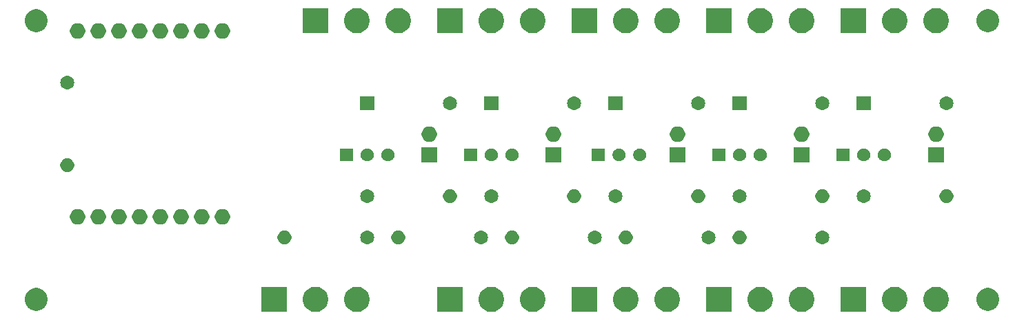
<source format=gbr>
G04 #@! TF.GenerationSoftware,KiCad,Pcbnew,(5.1.2)-2*
G04 #@! TF.CreationDate,2019-08-15T12:47:13-04:00*
G04 #@! TF.ProjectId,esp8266v1,65737038-3236-4367-9631-2e6b69636164,rev?*
G04 #@! TF.SameCoordinates,Original*
G04 #@! TF.FileFunction,Soldermask,Bot*
G04 #@! TF.FilePolarity,Negative*
%FSLAX46Y46*%
G04 Gerber Fmt 4.6, Leading zero omitted, Abs format (unit mm)*
G04 Created by KiCad (PCBNEW (5.1.2)-2) date 2019-08-15 12:47:13*
%MOMM*%
%LPD*%
G04 APERTURE LIST*
%ADD10C,0.100000*%
G04 APERTURE END LIST*
D10*
G36*
X209852585Y-73408802D02*
G01*
X210002410Y-73438604D01*
X210284674Y-73555521D01*
X210538705Y-73725259D01*
X210754741Y-73941295D01*
X210924479Y-74195326D01*
X211041396Y-74477590D01*
X211101000Y-74777240D01*
X211101000Y-75082760D01*
X211041396Y-75382410D01*
X210924479Y-75664674D01*
X210754741Y-75918705D01*
X210538705Y-76134741D01*
X210284674Y-76304479D01*
X210002410Y-76421396D01*
X209852585Y-76451198D01*
X209702761Y-76481000D01*
X209397239Y-76481000D01*
X209247415Y-76451198D01*
X209097590Y-76421396D01*
X208815326Y-76304479D01*
X208561295Y-76134741D01*
X208345259Y-75918705D01*
X208175521Y-75664674D01*
X208058604Y-75382410D01*
X207999000Y-75082760D01*
X207999000Y-74777240D01*
X208058604Y-74477590D01*
X208175521Y-74195326D01*
X208345259Y-73941295D01*
X208561295Y-73725259D01*
X208815326Y-73555521D01*
X209097590Y-73438604D01*
X209247415Y-73408802D01*
X209397239Y-73379000D01*
X209702761Y-73379000D01*
X209852585Y-73408802D01*
X209852585Y-73408802D01*
G37*
G36*
X138732585Y-73408802D02*
G01*
X138882410Y-73438604D01*
X139164674Y-73555521D01*
X139418705Y-73725259D01*
X139634741Y-73941295D01*
X139804479Y-74195326D01*
X139921396Y-74477590D01*
X139981000Y-74777240D01*
X139981000Y-75082760D01*
X139921396Y-75382410D01*
X139804479Y-75664674D01*
X139634741Y-75918705D01*
X139418705Y-76134741D01*
X139164674Y-76304479D01*
X138882410Y-76421396D01*
X138732585Y-76451198D01*
X138582761Y-76481000D01*
X138277239Y-76481000D01*
X138127415Y-76451198D01*
X137977590Y-76421396D01*
X137695326Y-76304479D01*
X137441295Y-76134741D01*
X137225259Y-75918705D01*
X137055521Y-75664674D01*
X136938604Y-75382410D01*
X136879000Y-75082760D01*
X136879000Y-74777240D01*
X136938604Y-74477590D01*
X137055521Y-74195326D01*
X137225259Y-73941295D01*
X137441295Y-73725259D01*
X137695326Y-73555521D01*
X137977590Y-73438604D01*
X138127415Y-73408802D01*
X138277239Y-73379000D01*
X138582761Y-73379000D01*
X138732585Y-73408802D01*
X138732585Y-73408802D01*
G37*
G36*
X133652585Y-73408802D02*
G01*
X133802410Y-73438604D01*
X134084674Y-73555521D01*
X134338705Y-73725259D01*
X134554741Y-73941295D01*
X134724479Y-74195326D01*
X134841396Y-74477590D01*
X134901000Y-74777240D01*
X134901000Y-75082760D01*
X134841396Y-75382410D01*
X134724479Y-75664674D01*
X134554741Y-75918705D01*
X134338705Y-76134741D01*
X134084674Y-76304479D01*
X133802410Y-76421396D01*
X133652585Y-76451198D01*
X133502761Y-76481000D01*
X133197239Y-76481000D01*
X133047415Y-76451198D01*
X132897590Y-76421396D01*
X132615326Y-76304479D01*
X132361295Y-76134741D01*
X132145259Y-75918705D01*
X131975521Y-75664674D01*
X131858604Y-75382410D01*
X131799000Y-75082760D01*
X131799000Y-74777240D01*
X131858604Y-74477590D01*
X131975521Y-74195326D01*
X132145259Y-73941295D01*
X132361295Y-73725259D01*
X132615326Y-73555521D01*
X132897590Y-73438604D01*
X133047415Y-73408802D01*
X133197239Y-73379000D01*
X133502761Y-73379000D01*
X133652585Y-73408802D01*
X133652585Y-73408802D01*
G37*
G36*
X129821000Y-76481000D02*
G01*
X126719000Y-76481000D01*
X126719000Y-73379000D01*
X129821000Y-73379000D01*
X129821000Y-76481000D01*
X129821000Y-76481000D01*
G37*
G36*
X204772585Y-73408802D02*
G01*
X204922410Y-73438604D01*
X205204674Y-73555521D01*
X205458705Y-73725259D01*
X205674741Y-73941295D01*
X205844479Y-74195326D01*
X205961396Y-74477590D01*
X206021000Y-74777240D01*
X206021000Y-75082760D01*
X205961396Y-75382410D01*
X205844479Y-75664674D01*
X205674741Y-75918705D01*
X205458705Y-76134741D01*
X205204674Y-76304479D01*
X204922410Y-76421396D01*
X204772585Y-76451198D01*
X204622761Y-76481000D01*
X204317239Y-76481000D01*
X204167415Y-76451198D01*
X204017590Y-76421396D01*
X203735326Y-76304479D01*
X203481295Y-76134741D01*
X203265259Y-75918705D01*
X203095521Y-75664674D01*
X202978604Y-75382410D01*
X202919000Y-75082760D01*
X202919000Y-74777240D01*
X202978604Y-74477590D01*
X203095521Y-74195326D01*
X203265259Y-73941295D01*
X203481295Y-73725259D01*
X203735326Y-73555521D01*
X204017590Y-73438604D01*
X204167415Y-73408802D01*
X204317239Y-73379000D01*
X204622761Y-73379000D01*
X204772585Y-73408802D01*
X204772585Y-73408802D01*
G37*
G36*
X200941000Y-76481000D02*
G01*
X197839000Y-76481000D01*
X197839000Y-73379000D01*
X200941000Y-73379000D01*
X200941000Y-76481000D01*
X200941000Y-76481000D01*
G37*
G36*
X193342585Y-73408802D02*
G01*
X193492410Y-73438604D01*
X193774674Y-73555521D01*
X194028705Y-73725259D01*
X194244741Y-73941295D01*
X194414479Y-74195326D01*
X194531396Y-74477590D01*
X194591000Y-74777240D01*
X194591000Y-75082760D01*
X194531396Y-75382410D01*
X194414479Y-75664674D01*
X194244741Y-75918705D01*
X194028705Y-76134741D01*
X193774674Y-76304479D01*
X193492410Y-76421396D01*
X193342585Y-76451198D01*
X193192761Y-76481000D01*
X192887239Y-76481000D01*
X192737415Y-76451198D01*
X192587590Y-76421396D01*
X192305326Y-76304479D01*
X192051295Y-76134741D01*
X191835259Y-75918705D01*
X191665521Y-75664674D01*
X191548604Y-75382410D01*
X191489000Y-75082760D01*
X191489000Y-74777240D01*
X191548604Y-74477590D01*
X191665521Y-74195326D01*
X191835259Y-73941295D01*
X192051295Y-73725259D01*
X192305326Y-73555521D01*
X192587590Y-73438604D01*
X192737415Y-73408802D01*
X192887239Y-73379000D01*
X193192761Y-73379000D01*
X193342585Y-73408802D01*
X193342585Y-73408802D01*
G37*
G36*
X188262585Y-73408802D02*
G01*
X188412410Y-73438604D01*
X188694674Y-73555521D01*
X188948705Y-73725259D01*
X189164741Y-73941295D01*
X189334479Y-74195326D01*
X189451396Y-74477590D01*
X189511000Y-74777240D01*
X189511000Y-75082760D01*
X189451396Y-75382410D01*
X189334479Y-75664674D01*
X189164741Y-75918705D01*
X188948705Y-76134741D01*
X188694674Y-76304479D01*
X188412410Y-76421396D01*
X188262585Y-76451198D01*
X188112761Y-76481000D01*
X187807239Y-76481000D01*
X187657415Y-76451198D01*
X187507590Y-76421396D01*
X187225326Y-76304479D01*
X186971295Y-76134741D01*
X186755259Y-75918705D01*
X186585521Y-75664674D01*
X186468604Y-75382410D01*
X186409000Y-75082760D01*
X186409000Y-74777240D01*
X186468604Y-74477590D01*
X186585521Y-74195326D01*
X186755259Y-73941295D01*
X186971295Y-73725259D01*
X187225326Y-73555521D01*
X187507590Y-73438604D01*
X187657415Y-73408802D01*
X187807239Y-73379000D01*
X188112761Y-73379000D01*
X188262585Y-73408802D01*
X188262585Y-73408802D01*
G37*
G36*
X184431000Y-76481000D02*
G01*
X181329000Y-76481000D01*
X181329000Y-73379000D01*
X184431000Y-73379000D01*
X184431000Y-76481000D01*
X184431000Y-76481000D01*
G37*
G36*
X176832585Y-73408802D02*
G01*
X176982410Y-73438604D01*
X177264674Y-73555521D01*
X177518705Y-73725259D01*
X177734741Y-73941295D01*
X177904479Y-74195326D01*
X178021396Y-74477590D01*
X178081000Y-74777240D01*
X178081000Y-75082760D01*
X178021396Y-75382410D01*
X177904479Y-75664674D01*
X177734741Y-75918705D01*
X177518705Y-76134741D01*
X177264674Y-76304479D01*
X176982410Y-76421396D01*
X176832585Y-76451198D01*
X176682761Y-76481000D01*
X176377239Y-76481000D01*
X176227415Y-76451198D01*
X176077590Y-76421396D01*
X175795326Y-76304479D01*
X175541295Y-76134741D01*
X175325259Y-75918705D01*
X175155521Y-75664674D01*
X175038604Y-75382410D01*
X174979000Y-75082760D01*
X174979000Y-74777240D01*
X175038604Y-74477590D01*
X175155521Y-74195326D01*
X175325259Y-73941295D01*
X175541295Y-73725259D01*
X175795326Y-73555521D01*
X176077590Y-73438604D01*
X176227415Y-73408802D01*
X176377239Y-73379000D01*
X176682761Y-73379000D01*
X176832585Y-73408802D01*
X176832585Y-73408802D01*
G37*
G36*
X171752585Y-73408802D02*
G01*
X171902410Y-73438604D01*
X172184674Y-73555521D01*
X172438705Y-73725259D01*
X172654741Y-73941295D01*
X172824479Y-74195326D01*
X172941396Y-74477590D01*
X173001000Y-74777240D01*
X173001000Y-75082760D01*
X172941396Y-75382410D01*
X172824479Y-75664674D01*
X172654741Y-75918705D01*
X172438705Y-76134741D01*
X172184674Y-76304479D01*
X171902410Y-76421396D01*
X171752585Y-76451198D01*
X171602761Y-76481000D01*
X171297239Y-76481000D01*
X171147415Y-76451198D01*
X170997590Y-76421396D01*
X170715326Y-76304479D01*
X170461295Y-76134741D01*
X170245259Y-75918705D01*
X170075521Y-75664674D01*
X169958604Y-75382410D01*
X169899000Y-75082760D01*
X169899000Y-74777240D01*
X169958604Y-74477590D01*
X170075521Y-74195326D01*
X170245259Y-73941295D01*
X170461295Y-73725259D01*
X170715326Y-73555521D01*
X170997590Y-73438604D01*
X171147415Y-73408802D01*
X171297239Y-73379000D01*
X171602761Y-73379000D01*
X171752585Y-73408802D01*
X171752585Y-73408802D01*
G37*
G36*
X167921000Y-76481000D02*
G01*
X164819000Y-76481000D01*
X164819000Y-73379000D01*
X167921000Y-73379000D01*
X167921000Y-76481000D01*
X167921000Y-76481000D01*
G37*
G36*
X160322585Y-73408802D02*
G01*
X160472410Y-73438604D01*
X160754674Y-73555521D01*
X161008705Y-73725259D01*
X161224741Y-73941295D01*
X161394479Y-74195326D01*
X161511396Y-74477590D01*
X161571000Y-74777240D01*
X161571000Y-75082760D01*
X161511396Y-75382410D01*
X161394479Y-75664674D01*
X161224741Y-75918705D01*
X161008705Y-76134741D01*
X160754674Y-76304479D01*
X160472410Y-76421396D01*
X160322585Y-76451198D01*
X160172761Y-76481000D01*
X159867239Y-76481000D01*
X159717415Y-76451198D01*
X159567590Y-76421396D01*
X159285326Y-76304479D01*
X159031295Y-76134741D01*
X158815259Y-75918705D01*
X158645521Y-75664674D01*
X158528604Y-75382410D01*
X158469000Y-75082760D01*
X158469000Y-74777240D01*
X158528604Y-74477590D01*
X158645521Y-74195326D01*
X158815259Y-73941295D01*
X159031295Y-73725259D01*
X159285326Y-73555521D01*
X159567590Y-73438604D01*
X159717415Y-73408802D01*
X159867239Y-73379000D01*
X160172761Y-73379000D01*
X160322585Y-73408802D01*
X160322585Y-73408802D01*
G37*
G36*
X151411000Y-76481000D02*
G01*
X148309000Y-76481000D01*
X148309000Y-73379000D01*
X151411000Y-73379000D01*
X151411000Y-76481000D01*
X151411000Y-76481000D01*
G37*
G36*
X155242585Y-73408802D02*
G01*
X155392410Y-73438604D01*
X155674674Y-73555521D01*
X155928705Y-73725259D01*
X156144741Y-73941295D01*
X156314479Y-74195326D01*
X156431396Y-74477590D01*
X156491000Y-74777240D01*
X156491000Y-75082760D01*
X156431396Y-75382410D01*
X156314479Y-75664674D01*
X156144741Y-75918705D01*
X155928705Y-76134741D01*
X155674674Y-76304479D01*
X155392410Y-76421396D01*
X155242585Y-76451198D01*
X155092761Y-76481000D01*
X154787239Y-76481000D01*
X154637415Y-76451198D01*
X154487590Y-76421396D01*
X154205326Y-76304479D01*
X153951295Y-76134741D01*
X153735259Y-75918705D01*
X153565521Y-75664674D01*
X153448604Y-75382410D01*
X153389000Y-75082760D01*
X153389000Y-74777240D01*
X153448604Y-74477590D01*
X153565521Y-74195326D01*
X153735259Y-73941295D01*
X153951295Y-73725259D01*
X154205326Y-73555521D01*
X154487590Y-73438604D01*
X154637415Y-73408802D01*
X154787239Y-73379000D01*
X155092761Y-73379000D01*
X155242585Y-73408802D01*
X155242585Y-73408802D01*
G37*
G36*
X216218433Y-73564893D02*
G01*
X216308657Y-73582839D01*
X216414267Y-73626585D01*
X216563621Y-73688449D01*
X216639763Y-73739325D01*
X216793086Y-73841772D01*
X216988228Y-74036914D01*
X217090675Y-74190237D01*
X217141551Y-74266379D01*
X217203415Y-74415733D01*
X217229038Y-74477590D01*
X217247161Y-74521344D01*
X217301000Y-74792012D01*
X217301000Y-75067988D01*
X217298061Y-75082761D01*
X217247161Y-75338657D01*
X217203415Y-75444267D01*
X217141551Y-75593621D01*
X217141550Y-75593622D01*
X216988228Y-75823086D01*
X216793086Y-76018228D01*
X216639763Y-76120675D01*
X216563621Y-76171551D01*
X216414267Y-76233415D01*
X216308657Y-76277161D01*
X216218433Y-76295107D01*
X216037988Y-76331000D01*
X215762012Y-76331000D01*
X215581567Y-76295107D01*
X215491343Y-76277161D01*
X215385733Y-76233415D01*
X215236379Y-76171551D01*
X215160237Y-76120675D01*
X215006914Y-76018228D01*
X214811772Y-75823086D01*
X214658450Y-75593622D01*
X214658449Y-75593621D01*
X214596585Y-75444267D01*
X214552839Y-75338657D01*
X214501939Y-75082761D01*
X214499000Y-75067988D01*
X214499000Y-74792012D01*
X214552839Y-74521344D01*
X214570963Y-74477590D01*
X214596585Y-74415733D01*
X214658449Y-74266379D01*
X214709325Y-74190237D01*
X214811772Y-74036914D01*
X215006914Y-73841772D01*
X215160237Y-73739325D01*
X215236379Y-73688449D01*
X215385733Y-73626585D01*
X215491343Y-73582839D01*
X215581567Y-73564893D01*
X215762012Y-73529000D01*
X216037988Y-73529000D01*
X216218433Y-73564893D01*
X216218433Y-73564893D01*
G37*
G36*
X99378433Y-73564893D02*
G01*
X99468657Y-73582839D01*
X99574267Y-73626585D01*
X99723621Y-73688449D01*
X99799763Y-73739325D01*
X99953086Y-73841772D01*
X100148228Y-74036914D01*
X100250675Y-74190237D01*
X100301551Y-74266379D01*
X100363415Y-74415733D01*
X100389038Y-74477590D01*
X100407161Y-74521344D01*
X100461000Y-74792012D01*
X100461000Y-75067988D01*
X100458061Y-75082761D01*
X100407161Y-75338657D01*
X100363415Y-75444267D01*
X100301551Y-75593621D01*
X100301550Y-75593622D01*
X100148228Y-75823086D01*
X99953086Y-76018228D01*
X99799763Y-76120675D01*
X99723621Y-76171551D01*
X99574267Y-76233415D01*
X99468657Y-76277161D01*
X99378433Y-76295107D01*
X99197988Y-76331000D01*
X98922012Y-76331000D01*
X98741567Y-76295107D01*
X98651343Y-76277161D01*
X98545733Y-76233415D01*
X98396379Y-76171551D01*
X98320237Y-76120675D01*
X98166914Y-76018228D01*
X97971772Y-75823086D01*
X97818450Y-75593622D01*
X97818449Y-75593621D01*
X97756585Y-75444267D01*
X97712839Y-75338657D01*
X97661939Y-75082761D01*
X97659000Y-75067988D01*
X97659000Y-74792012D01*
X97712839Y-74521344D01*
X97730963Y-74477590D01*
X97756585Y-74415733D01*
X97818449Y-74266379D01*
X97869325Y-74190237D01*
X97971772Y-74036914D01*
X98166914Y-73841772D01*
X98320237Y-73739325D01*
X98396379Y-73688449D01*
X98545733Y-73626585D01*
X98651343Y-73582839D01*
X98741567Y-73564893D01*
X98922012Y-73529000D01*
X99197988Y-73529000D01*
X99378433Y-73564893D01*
X99378433Y-73564893D01*
G37*
G36*
X181776823Y-66471313D02*
G01*
X181937242Y-66519976D01*
X182004361Y-66555852D01*
X182085078Y-66598996D01*
X182214659Y-66705341D01*
X182321004Y-66834922D01*
X182321005Y-66834924D01*
X182400024Y-66982758D01*
X182448687Y-67143177D01*
X182465117Y-67310000D01*
X182448687Y-67476823D01*
X182400024Y-67637242D01*
X182359477Y-67713100D01*
X182321004Y-67785078D01*
X182214659Y-67914659D01*
X182085078Y-68021004D01*
X182085076Y-68021005D01*
X181937242Y-68100024D01*
X181776823Y-68148687D01*
X181651804Y-68161000D01*
X181568196Y-68161000D01*
X181443177Y-68148687D01*
X181282758Y-68100024D01*
X181134924Y-68021005D01*
X181134922Y-68021004D01*
X181005341Y-67914659D01*
X180898996Y-67785078D01*
X180860523Y-67713100D01*
X180819976Y-67637242D01*
X180771313Y-67476823D01*
X180754883Y-67310000D01*
X180771313Y-67143177D01*
X180819976Y-66982758D01*
X180898995Y-66834924D01*
X180898996Y-66834922D01*
X181005341Y-66705341D01*
X181134922Y-66598996D01*
X181215639Y-66555852D01*
X181282758Y-66519976D01*
X181443177Y-66471313D01*
X181568196Y-66459000D01*
X181651804Y-66459000D01*
X181776823Y-66471313D01*
X181776823Y-66471313D01*
G37*
G36*
X171698228Y-66491703D02*
G01*
X171853100Y-66555853D01*
X171992481Y-66648985D01*
X172111015Y-66767519D01*
X172204147Y-66906900D01*
X172268297Y-67061772D01*
X172301000Y-67226184D01*
X172301000Y-67393816D01*
X172268297Y-67558228D01*
X172204147Y-67713100D01*
X172111015Y-67852481D01*
X171992481Y-67971015D01*
X171853100Y-68064147D01*
X171698228Y-68128297D01*
X171533816Y-68161000D01*
X171366184Y-68161000D01*
X171201772Y-68128297D01*
X171046900Y-68064147D01*
X170907519Y-67971015D01*
X170788985Y-67852481D01*
X170695853Y-67713100D01*
X170631703Y-67558228D01*
X170599000Y-67393816D01*
X170599000Y-67226184D01*
X170631703Y-67061772D01*
X170695853Y-66906900D01*
X170788985Y-66767519D01*
X170907519Y-66648985D01*
X171046900Y-66555853D01*
X171201772Y-66491703D01*
X171366184Y-66459000D01*
X171533816Y-66459000D01*
X171698228Y-66491703D01*
X171698228Y-66491703D01*
G37*
G36*
X139866823Y-66471313D02*
G01*
X140027242Y-66519976D01*
X140094361Y-66555852D01*
X140175078Y-66598996D01*
X140304659Y-66705341D01*
X140411004Y-66834922D01*
X140411005Y-66834924D01*
X140490024Y-66982758D01*
X140538687Y-67143177D01*
X140555117Y-67310000D01*
X140538687Y-67476823D01*
X140490024Y-67637242D01*
X140449477Y-67713100D01*
X140411004Y-67785078D01*
X140304659Y-67914659D01*
X140175078Y-68021004D01*
X140175076Y-68021005D01*
X140027242Y-68100024D01*
X139866823Y-68148687D01*
X139741804Y-68161000D01*
X139658196Y-68161000D01*
X139533177Y-68148687D01*
X139372758Y-68100024D01*
X139224924Y-68021005D01*
X139224922Y-68021004D01*
X139095341Y-67914659D01*
X138988996Y-67785078D01*
X138950523Y-67713100D01*
X138909976Y-67637242D01*
X138861313Y-67476823D01*
X138844883Y-67310000D01*
X138861313Y-67143177D01*
X138909976Y-66982758D01*
X138988995Y-66834924D01*
X138988996Y-66834922D01*
X139095341Y-66705341D01*
X139224922Y-66598996D01*
X139305639Y-66555852D01*
X139372758Y-66519976D01*
X139533177Y-66471313D01*
X139658196Y-66459000D01*
X139741804Y-66459000D01*
X139866823Y-66471313D01*
X139866823Y-66471313D01*
G37*
G36*
X129788228Y-66491703D02*
G01*
X129943100Y-66555853D01*
X130082481Y-66648985D01*
X130201015Y-66767519D01*
X130294147Y-66906900D01*
X130358297Y-67061772D01*
X130391000Y-67226184D01*
X130391000Y-67393816D01*
X130358297Y-67558228D01*
X130294147Y-67713100D01*
X130201015Y-67852481D01*
X130082481Y-67971015D01*
X129943100Y-68064147D01*
X129788228Y-68128297D01*
X129623816Y-68161000D01*
X129456184Y-68161000D01*
X129291772Y-68128297D01*
X129136900Y-68064147D01*
X128997519Y-67971015D01*
X128878985Y-67852481D01*
X128785853Y-67713100D01*
X128721703Y-67558228D01*
X128689000Y-67393816D01*
X128689000Y-67226184D01*
X128721703Y-67061772D01*
X128785853Y-66906900D01*
X128878985Y-66767519D01*
X128997519Y-66648985D01*
X129136900Y-66555853D01*
X129291772Y-66491703D01*
X129456184Y-66459000D01*
X129623816Y-66459000D01*
X129788228Y-66491703D01*
X129788228Y-66491703D01*
G37*
G36*
X167806823Y-66471313D02*
G01*
X167967242Y-66519976D01*
X168034361Y-66555852D01*
X168115078Y-66598996D01*
X168244659Y-66705341D01*
X168351004Y-66834922D01*
X168351005Y-66834924D01*
X168430024Y-66982758D01*
X168478687Y-67143177D01*
X168495117Y-67310000D01*
X168478687Y-67476823D01*
X168430024Y-67637242D01*
X168389477Y-67713100D01*
X168351004Y-67785078D01*
X168244659Y-67914659D01*
X168115078Y-68021004D01*
X168115076Y-68021005D01*
X167967242Y-68100024D01*
X167806823Y-68148687D01*
X167681804Y-68161000D01*
X167598196Y-68161000D01*
X167473177Y-68148687D01*
X167312758Y-68100024D01*
X167164924Y-68021005D01*
X167164922Y-68021004D01*
X167035341Y-67914659D01*
X166928996Y-67785078D01*
X166890523Y-67713100D01*
X166849976Y-67637242D01*
X166801313Y-67476823D01*
X166784883Y-67310000D01*
X166801313Y-67143177D01*
X166849976Y-66982758D01*
X166928995Y-66834924D01*
X166928996Y-66834922D01*
X167035341Y-66705341D01*
X167164922Y-66598996D01*
X167245639Y-66555852D01*
X167312758Y-66519976D01*
X167473177Y-66471313D01*
X167598196Y-66459000D01*
X167681804Y-66459000D01*
X167806823Y-66471313D01*
X167806823Y-66471313D01*
G37*
G36*
X195746823Y-66471313D02*
G01*
X195907242Y-66519976D01*
X195974361Y-66555852D01*
X196055078Y-66598996D01*
X196184659Y-66705341D01*
X196291004Y-66834922D01*
X196291005Y-66834924D01*
X196370024Y-66982758D01*
X196418687Y-67143177D01*
X196435117Y-67310000D01*
X196418687Y-67476823D01*
X196370024Y-67637242D01*
X196329477Y-67713100D01*
X196291004Y-67785078D01*
X196184659Y-67914659D01*
X196055078Y-68021004D01*
X196055076Y-68021005D01*
X195907242Y-68100024D01*
X195746823Y-68148687D01*
X195621804Y-68161000D01*
X195538196Y-68161000D01*
X195413177Y-68148687D01*
X195252758Y-68100024D01*
X195104924Y-68021005D01*
X195104922Y-68021004D01*
X194975341Y-67914659D01*
X194868996Y-67785078D01*
X194830523Y-67713100D01*
X194789976Y-67637242D01*
X194741313Y-67476823D01*
X194724883Y-67310000D01*
X194741313Y-67143177D01*
X194789976Y-66982758D01*
X194868995Y-66834924D01*
X194868996Y-66834922D01*
X194975341Y-66705341D01*
X195104922Y-66598996D01*
X195185639Y-66555852D01*
X195252758Y-66519976D01*
X195413177Y-66471313D01*
X195538196Y-66459000D01*
X195621804Y-66459000D01*
X195746823Y-66471313D01*
X195746823Y-66471313D01*
G37*
G36*
X185668228Y-66491703D02*
G01*
X185823100Y-66555853D01*
X185962481Y-66648985D01*
X186081015Y-66767519D01*
X186174147Y-66906900D01*
X186238297Y-67061772D01*
X186271000Y-67226184D01*
X186271000Y-67393816D01*
X186238297Y-67558228D01*
X186174147Y-67713100D01*
X186081015Y-67852481D01*
X185962481Y-67971015D01*
X185823100Y-68064147D01*
X185668228Y-68128297D01*
X185503816Y-68161000D01*
X185336184Y-68161000D01*
X185171772Y-68128297D01*
X185016900Y-68064147D01*
X184877519Y-67971015D01*
X184758985Y-67852481D01*
X184665853Y-67713100D01*
X184601703Y-67558228D01*
X184569000Y-67393816D01*
X184569000Y-67226184D01*
X184601703Y-67061772D01*
X184665853Y-66906900D01*
X184758985Y-66767519D01*
X184877519Y-66648985D01*
X185016900Y-66555853D01*
X185171772Y-66491703D01*
X185336184Y-66459000D01*
X185503816Y-66459000D01*
X185668228Y-66491703D01*
X185668228Y-66491703D01*
G37*
G36*
X143758228Y-66491703D02*
G01*
X143913100Y-66555853D01*
X144052481Y-66648985D01*
X144171015Y-66767519D01*
X144264147Y-66906900D01*
X144328297Y-67061772D01*
X144361000Y-67226184D01*
X144361000Y-67393816D01*
X144328297Y-67558228D01*
X144264147Y-67713100D01*
X144171015Y-67852481D01*
X144052481Y-67971015D01*
X143913100Y-68064147D01*
X143758228Y-68128297D01*
X143593816Y-68161000D01*
X143426184Y-68161000D01*
X143261772Y-68128297D01*
X143106900Y-68064147D01*
X142967519Y-67971015D01*
X142848985Y-67852481D01*
X142755853Y-67713100D01*
X142691703Y-67558228D01*
X142659000Y-67393816D01*
X142659000Y-67226184D01*
X142691703Y-67061772D01*
X142755853Y-66906900D01*
X142848985Y-66767519D01*
X142967519Y-66648985D01*
X143106900Y-66555853D01*
X143261772Y-66491703D01*
X143426184Y-66459000D01*
X143593816Y-66459000D01*
X143758228Y-66491703D01*
X143758228Y-66491703D01*
G37*
G36*
X157728228Y-66491703D02*
G01*
X157883100Y-66555853D01*
X158022481Y-66648985D01*
X158141015Y-66767519D01*
X158234147Y-66906900D01*
X158298297Y-67061772D01*
X158331000Y-67226184D01*
X158331000Y-67393816D01*
X158298297Y-67558228D01*
X158234147Y-67713100D01*
X158141015Y-67852481D01*
X158022481Y-67971015D01*
X157883100Y-68064147D01*
X157728228Y-68128297D01*
X157563816Y-68161000D01*
X157396184Y-68161000D01*
X157231772Y-68128297D01*
X157076900Y-68064147D01*
X156937519Y-67971015D01*
X156818985Y-67852481D01*
X156725853Y-67713100D01*
X156661703Y-67558228D01*
X156629000Y-67393816D01*
X156629000Y-67226184D01*
X156661703Y-67061772D01*
X156725853Y-66906900D01*
X156818985Y-66767519D01*
X156937519Y-66648985D01*
X157076900Y-66555853D01*
X157231772Y-66491703D01*
X157396184Y-66459000D01*
X157563816Y-66459000D01*
X157728228Y-66491703D01*
X157728228Y-66491703D01*
G37*
G36*
X153836823Y-66471313D02*
G01*
X153997242Y-66519976D01*
X154064361Y-66555852D01*
X154145078Y-66598996D01*
X154274659Y-66705341D01*
X154381004Y-66834922D01*
X154381005Y-66834924D01*
X154460024Y-66982758D01*
X154508687Y-67143177D01*
X154525117Y-67310000D01*
X154508687Y-67476823D01*
X154460024Y-67637242D01*
X154419477Y-67713100D01*
X154381004Y-67785078D01*
X154274659Y-67914659D01*
X154145078Y-68021004D01*
X154145076Y-68021005D01*
X153997242Y-68100024D01*
X153836823Y-68148687D01*
X153711804Y-68161000D01*
X153628196Y-68161000D01*
X153503177Y-68148687D01*
X153342758Y-68100024D01*
X153194924Y-68021005D01*
X153194922Y-68021004D01*
X153065341Y-67914659D01*
X152958996Y-67785078D01*
X152920523Y-67713100D01*
X152879976Y-67637242D01*
X152831313Y-67476823D01*
X152814883Y-67310000D01*
X152831313Y-67143177D01*
X152879976Y-66982758D01*
X152958995Y-66834924D01*
X152958996Y-66834922D01*
X153065341Y-66705341D01*
X153194922Y-66598996D01*
X153275639Y-66555852D01*
X153342758Y-66519976D01*
X153503177Y-66471313D01*
X153628196Y-66459000D01*
X153711804Y-66459000D01*
X153836823Y-66471313D01*
X153836823Y-66471313D01*
G37*
G36*
X112037395Y-63855546D02*
G01*
X112210466Y-63927234D01*
X112210467Y-63927235D01*
X112366227Y-64031310D01*
X112498690Y-64163773D01*
X112498691Y-64163775D01*
X112602766Y-64319534D01*
X112674454Y-64492605D01*
X112711000Y-64676333D01*
X112711000Y-64863667D01*
X112674454Y-65047395D01*
X112602766Y-65220466D01*
X112602765Y-65220467D01*
X112498690Y-65376227D01*
X112366227Y-65508690D01*
X112287818Y-65561081D01*
X112210466Y-65612766D01*
X112037395Y-65684454D01*
X111853667Y-65721000D01*
X111666333Y-65721000D01*
X111482605Y-65684454D01*
X111309534Y-65612766D01*
X111232182Y-65561081D01*
X111153773Y-65508690D01*
X111021310Y-65376227D01*
X110917235Y-65220467D01*
X110917234Y-65220466D01*
X110845546Y-65047395D01*
X110809000Y-64863667D01*
X110809000Y-64676333D01*
X110845546Y-64492605D01*
X110917234Y-64319534D01*
X111021309Y-64163775D01*
X111021310Y-64163773D01*
X111153773Y-64031310D01*
X111309533Y-63927235D01*
X111309534Y-63927234D01*
X111482605Y-63855546D01*
X111666333Y-63819000D01*
X111853667Y-63819000D01*
X112037395Y-63855546D01*
X112037395Y-63855546D01*
G37*
G36*
X104417395Y-63855546D02*
G01*
X104590466Y-63927234D01*
X104590467Y-63927235D01*
X104746227Y-64031310D01*
X104878690Y-64163773D01*
X104878691Y-64163775D01*
X104982766Y-64319534D01*
X105054454Y-64492605D01*
X105091000Y-64676333D01*
X105091000Y-64863667D01*
X105054454Y-65047395D01*
X104982766Y-65220466D01*
X104982765Y-65220467D01*
X104878690Y-65376227D01*
X104746227Y-65508690D01*
X104667818Y-65561081D01*
X104590466Y-65612766D01*
X104417395Y-65684454D01*
X104233667Y-65721000D01*
X104046333Y-65721000D01*
X103862605Y-65684454D01*
X103689534Y-65612766D01*
X103612182Y-65561081D01*
X103533773Y-65508690D01*
X103401310Y-65376227D01*
X103297235Y-65220467D01*
X103297234Y-65220466D01*
X103225546Y-65047395D01*
X103189000Y-64863667D01*
X103189000Y-64676333D01*
X103225546Y-64492605D01*
X103297234Y-64319534D01*
X103401309Y-64163775D01*
X103401310Y-64163773D01*
X103533773Y-64031310D01*
X103689533Y-63927235D01*
X103689534Y-63927234D01*
X103862605Y-63855546D01*
X104046333Y-63819000D01*
X104233667Y-63819000D01*
X104417395Y-63855546D01*
X104417395Y-63855546D01*
G37*
G36*
X122197395Y-63855546D02*
G01*
X122370466Y-63927234D01*
X122370467Y-63927235D01*
X122526227Y-64031310D01*
X122658690Y-64163773D01*
X122658691Y-64163775D01*
X122762766Y-64319534D01*
X122834454Y-64492605D01*
X122871000Y-64676333D01*
X122871000Y-64863667D01*
X122834454Y-65047395D01*
X122762766Y-65220466D01*
X122762765Y-65220467D01*
X122658690Y-65376227D01*
X122526227Y-65508690D01*
X122447818Y-65561081D01*
X122370466Y-65612766D01*
X122197395Y-65684454D01*
X122013667Y-65721000D01*
X121826333Y-65721000D01*
X121642605Y-65684454D01*
X121469534Y-65612766D01*
X121392182Y-65561081D01*
X121313773Y-65508690D01*
X121181310Y-65376227D01*
X121077235Y-65220467D01*
X121077234Y-65220466D01*
X121005546Y-65047395D01*
X120969000Y-64863667D01*
X120969000Y-64676333D01*
X121005546Y-64492605D01*
X121077234Y-64319534D01*
X121181309Y-64163775D01*
X121181310Y-64163773D01*
X121313773Y-64031310D01*
X121469533Y-63927235D01*
X121469534Y-63927234D01*
X121642605Y-63855546D01*
X121826333Y-63819000D01*
X122013667Y-63819000D01*
X122197395Y-63855546D01*
X122197395Y-63855546D01*
G37*
G36*
X119657395Y-63855546D02*
G01*
X119830466Y-63927234D01*
X119830467Y-63927235D01*
X119986227Y-64031310D01*
X120118690Y-64163773D01*
X120118691Y-64163775D01*
X120222766Y-64319534D01*
X120294454Y-64492605D01*
X120331000Y-64676333D01*
X120331000Y-64863667D01*
X120294454Y-65047395D01*
X120222766Y-65220466D01*
X120222765Y-65220467D01*
X120118690Y-65376227D01*
X119986227Y-65508690D01*
X119907818Y-65561081D01*
X119830466Y-65612766D01*
X119657395Y-65684454D01*
X119473667Y-65721000D01*
X119286333Y-65721000D01*
X119102605Y-65684454D01*
X118929534Y-65612766D01*
X118852182Y-65561081D01*
X118773773Y-65508690D01*
X118641310Y-65376227D01*
X118537235Y-65220467D01*
X118537234Y-65220466D01*
X118465546Y-65047395D01*
X118429000Y-64863667D01*
X118429000Y-64676333D01*
X118465546Y-64492605D01*
X118537234Y-64319534D01*
X118641309Y-64163775D01*
X118641310Y-64163773D01*
X118773773Y-64031310D01*
X118929533Y-63927235D01*
X118929534Y-63927234D01*
X119102605Y-63855546D01*
X119286333Y-63819000D01*
X119473667Y-63819000D01*
X119657395Y-63855546D01*
X119657395Y-63855546D01*
G37*
G36*
X109497395Y-63855546D02*
G01*
X109670466Y-63927234D01*
X109670467Y-63927235D01*
X109826227Y-64031310D01*
X109958690Y-64163773D01*
X109958691Y-64163775D01*
X110062766Y-64319534D01*
X110134454Y-64492605D01*
X110171000Y-64676333D01*
X110171000Y-64863667D01*
X110134454Y-65047395D01*
X110062766Y-65220466D01*
X110062765Y-65220467D01*
X109958690Y-65376227D01*
X109826227Y-65508690D01*
X109747818Y-65561081D01*
X109670466Y-65612766D01*
X109497395Y-65684454D01*
X109313667Y-65721000D01*
X109126333Y-65721000D01*
X108942605Y-65684454D01*
X108769534Y-65612766D01*
X108692182Y-65561081D01*
X108613773Y-65508690D01*
X108481310Y-65376227D01*
X108377235Y-65220467D01*
X108377234Y-65220466D01*
X108305546Y-65047395D01*
X108269000Y-64863667D01*
X108269000Y-64676333D01*
X108305546Y-64492605D01*
X108377234Y-64319534D01*
X108481309Y-64163775D01*
X108481310Y-64163773D01*
X108613773Y-64031310D01*
X108769533Y-63927235D01*
X108769534Y-63927234D01*
X108942605Y-63855546D01*
X109126333Y-63819000D01*
X109313667Y-63819000D01*
X109497395Y-63855546D01*
X109497395Y-63855546D01*
G37*
G36*
X114577395Y-63855546D02*
G01*
X114750466Y-63927234D01*
X114750467Y-63927235D01*
X114906227Y-64031310D01*
X115038690Y-64163773D01*
X115038691Y-64163775D01*
X115142766Y-64319534D01*
X115214454Y-64492605D01*
X115251000Y-64676333D01*
X115251000Y-64863667D01*
X115214454Y-65047395D01*
X115142766Y-65220466D01*
X115142765Y-65220467D01*
X115038690Y-65376227D01*
X114906227Y-65508690D01*
X114827818Y-65561081D01*
X114750466Y-65612766D01*
X114577395Y-65684454D01*
X114393667Y-65721000D01*
X114206333Y-65721000D01*
X114022605Y-65684454D01*
X113849534Y-65612766D01*
X113772182Y-65561081D01*
X113693773Y-65508690D01*
X113561310Y-65376227D01*
X113457235Y-65220467D01*
X113457234Y-65220466D01*
X113385546Y-65047395D01*
X113349000Y-64863667D01*
X113349000Y-64676333D01*
X113385546Y-64492605D01*
X113457234Y-64319534D01*
X113561309Y-64163775D01*
X113561310Y-64163773D01*
X113693773Y-64031310D01*
X113849533Y-63927235D01*
X113849534Y-63927234D01*
X114022605Y-63855546D01*
X114206333Y-63819000D01*
X114393667Y-63819000D01*
X114577395Y-63855546D01*
X114577395Y-63855546D01*
G37*
G36*
X106957395Y-63855546D02*
G01*
X107130466Y-63927234D01*
X107130467Y-63927235D01*
X107286227Y-64031310D01*
X107418690Y-64163773D01*
X107418691Y-64163775D01*
X107522766Y-64319534D01*
X107594454Y-64492605D01*
X107631000Y-64676333D01*
X107631000Y-64863667D01*
X107594454Y-65047395D01*
X107522766Y-65220466D01*
X107522765Y-65220467D01*
X107418690Y-65376227D01*
X107286227Y-65508690D01*
X107207818Y-65561081D01*
X107130466Y-65612766D01*
X106957395Y-65684454D01*
X106773667Y-65721000D01*
X106586333Y-65721000D01*
X106402605Y-65684454D01*
X106229534Y-65612766D01*
X106152182Y-65561081D01*
X106073773Y-65508690D01*
X105941310Y-65376227D01*
X105837235Y-65220467D01*
X105837234Y-65220466D01*
X105765546Y-65047395D01*
X105729000Y-64863667D01*
X105729000Y-64676333D01*
X105765546Y-64492605D01*
X105837234Y-64319534D01*
X105941309Y-64163775D01*
X105941310Y-64163773D01*
X106073773Y-64031310D01*
X106229533Y-63927235D01*
X106229534Y-63927234D01*
X106402605Y-63855546D01*
X106586333Y-63819000D01*
X106773667Y-63819000D01*
X106957395Y-63855546D01*
X106957395Y-63855546D01*
G37*
G36*
X117117395Y-63855546D02*
G01*
X117290466Y-63927234D01*
X117290467Y-63927235D01*
X117446227Y-64031310D01*
X117578690Y-64163773D01*
X117578691Y-64163775D01*
X117682766Y-64319534D01*
X117754454Y-64492605D01*
X117791000Y-64676333D01*
X117791000Y-64863667D01*
X117754454Y-65047395D01*
X117682766Y-65220466D01*
X117682765Y-65220467D01*
X117578690Y-65376227D01*
X117446227Y-65508690D01*
X117367818Y-65561081D01*
X117290466Y-65612766D01*
X117117395Y-65684454D01*
X116933667Y-65721000D01*
X116746333Y-65721000D01*
X116562605Y-65684454D01*
X116389534Y-65612766D01*
X116312182Y-65561081D01*
X116233773Y-65508690D01*
X116101310Y-65376227D01*
X115997235Y-65220467D01*
X115997234Y-65220466D01*
X115925546Y-65047395D01*
X115889000Y-64863667D01*
X115889000Y-64676333D01*
X115925546Y-64492605D01*
X115997234Y-64319534D01*
X116101309Y-64163775D01*
X116101310Y-64163773D01*
X116233773Y-64031310D01*
X116389533Y-63927235D01*
X116389534Y-63927234D01*
X116562605Y-63855546D01*
X116746333Y-63819000D01*
X116933667Y-63819000D01*
X117117395Y-63855546D01*
X117117395Y-63855546D01*
G37*
G36*
X180588228Y-61411703D02*
G01*
X180743100Y-61475853D01*
X180882481Y-61568985D01*
X181001015Y-61687519D01*
X181094147Y-61826900D01*
X181158297Y-61981772D01*
X181191000Y-62146184D01*
X181191000Y-62313816D01*
X181158297Y-62478228D01*
X181094147Y-62633100D01*
X181001015Y-62772481D01*
X180882481Y-62891015D01*
X180743100Y-62984147D01*
X180588228Y-63048297D01*
X180423816Y-63081000D01*
X180256184Y-63081000D01*
X180091772Y-63048297D01*
X179936900Y-62984147D01*
X179797519Y-62891015D01*
X179678985Y-62772481D01*
X179585853Y-62633100D01*
X179521703Y-62478228D01*
X179489000Y-62313816D01*
X179489000Y-62146184D01*
X179521703Y-61981772D01*
X179585853Y-61826900D01*
X179678985Y-61687519D01*
X179797519Y-61568985D01*
X179936900Y-61475853D01*
X180091772Y-61411703D01*
X180256184Y-61379000D01*
X180423816Y-61379000D01*
X180588228Y-61411703D01*
X180588228Y-61411703D01*
G37*
G36*
X211068228Y-61411703D02*
G01*
X211223100Y-61475853D01*
X211362481Y-61568985D01*
X211481015Y-61687519D01*
X211574147Y-61826900D01*
X211638297Y-61981772D01*
X211671000Y-62146184D01*
X211671000Y-62313816D01*
X211638297Y-62478228D01*
X211574147Y-62633100D01*
X211481015Y-62772481D01*
X211362481Y-62891015D01*
X211223100Y-62984147D01*
X211068228Y-63048297D01*
X210903816Y-63081000D01*
X210736184Y-63081000D01*
X210571772Y-63048297D01*
X210416900Y-62984147D01*
X210277519Y-62891015D01*
X210158985Y-62772481D01*
X210065853Y-62633100D01*
X210001703Y-62478228D01*
X209969000Y-62313816D01*
X209969000Y-62146184D01*
X210001703Y-61981772D01*
X210065853Y-61826900D01*
X210158985Y-61687519D01*
X210277519Y-61568985D01*
X210416900Y-61475853D01*
X210571772Y-61411703D01*
X210736184Y-61379000D01*
X210903816Y-61379000D01*
X211068228Y-61411703D01*
X211068228Y-61411703D01*
G37*
G36*
X200826823Y-61391313D02*
G01*
X200987242Y-61439976D01*
X201054361Y-61475852D01*
X201135078Y-61518996D01*
X201264659Y-61625341D01*
X201371004Y-61754922D01*
X201371005Y-61754924D01*
X201450024Y-61902758D01*
X201498687Y-62063177D01*
X201515117Y-62230000D01*
X201498687Y-62396823D01*
X201450024Y-62557242D01*
X201409477Y-62633100D01*
X201371004Y-62705078D01*
X201264659Y-62834659D01*
X201135078Y-62941004D01*
X201135076Y-62941005D01*
X200987242Y-63020024D01*
X200826823Y-63068687D01*
X200701804Y-63081000D01*
X200618196Y-63081000D01*
X200493177Y-63068687D01*
X200332758Y-63020024D01*
X200184924Y-62941005D01*
X200184922Y-62941004D01*
X200055341Y-62834659D01*
X199948996Y-62705078D01*
X199910523Y-62633100D01*
X199869976Y-62557242D01*
X199821313Y-62396823D01*
X199804883Y-62230000D01*
X199821313Y-62063177D01*
X199869976Y-61902758D01*
X199948995Y-61754924D01*
X199948996Y-61754922D01*
X200055341Y-61625341D01*
X200184922Y-61518996D01*
X200265639Y-61475852D01*
X200332758Y-61439976D01*
X200493177Y-61391313D01*
X200618196Y-61379000D01*
X200701804Y-61379000D01*
X200826823Y-61391313D01*
X200826823Y-61391313D01*
G37*
G36*
X195828228Y-61411703D02*
G01*
X195983100Y-61475853D01*
X196122481Y-61568985D01*
X196241015Y-61687519D01*
X196334147Y-61826900D01*
X196398297Y-61981772D01*
X196431000Y-62146184D01*
X196431000Y-62313816D01*
X196398297Y-62478228D01*
X196334147Y-62633100D01*
X196241015Y-62772481D01*
X196122481Y-62891015D01*
X195983100Y-62984147D01*
X195828228Y-63048297D01*
X195663816Y-63081000D01*
X195496184Y-63081000D01*
X195331772Y-63048297D01*
X195176900Y-62984147D01*
X195037519Y-62891015D01*
X194918985Y-62772481D01*
X194825853Y-62633100D01*
X194761703Y-62478228D01*
X194729000Y-62313816D01*
X194729000Y-62146184D01*
X194761703Y-61981772D01*
X194825853Y-61826900D01*
X194918985Y-61687519D01*
X195037519Y-61568985D01*
X195176900Y-61475853D01*
X195331772Y-61411703D01*
X195496184Y-61379000D01*
X195663816Y-61379000D01*
X195828228Y-61411703D01*
X195828228Y-61411703D01*
G37*
G36*
X185586823Y-61391313D02*
G01*
X185747242Y-61439976D01*
X185814361Y-61475852D01*
X185895078Y-61518996D01*
X186024659Y-61625341D01*
X186131004Y-61754922D01*
X186131005Y-61754924D01*
X186210024Y-61902758D01*
X186258687Y-62063177D01*
X186275117Y-62230000D01*
X186258687Y-62396823D01*
X186210024Y-62557242D01*
X186169477Y-62633100D01*
X186131004Y-62705078D01*
X186024659Y-62834659D01*
X185895078Y-62941004D01*
X185895076Y-62941005D01*
X185747242Y-63020024D01*
X185586823Y-63068687D01*
X185461804Y-63081000D01*
X185378196Y-63081000D01*
X185253177Y-63068687D01*
X185092758Y-63020024D01*
X184944924Y-62941005D01*
X184944922Y-62941004D01*
X184815341Y-62834659D01*
X184708996Y-62705078D01*
X184670523Y-62633100D01*
X184629976Y-62557242D01*
X184581313Y-62396823D01*
X184564883Y-62230000D01*
X184581313Y-62063177D01*
X184629976Y-61902758D01*
X184708995Y-61754924D01*
X184708996Y-61754922D01*
X184815341Y-61625341D01*
X184944922Y-61518996D01*
X185025639Y-61475852D01*
X185092758Y-61439976D01*
X185253177Y-61391313D01*
X185378196Y-61379000D01*
X185461804Y-61379000D01*
X185586823Y-61391313D01*
X185586823Y-61391313D01*
G37*
G36*
X170346823Y-61391313D02*
G01*
X170507242Y-61439976D01*
X170574361Y-61475852D01*
X170655078Y-61518996D01*
X170784659Y-61625341D01*
X170891004Y-61754922D01*
X170891005Y-61754924D01*
X170970024Y-61902758D01*
X171018687Y-62063177D01*
X171035117Y-62230000D01*
X171018687Y-62396823D01*
X170970024Y-62557242D01*
X170929477Y-62633100D01*
X170891004Y-62705078D01*
X170784659Y-62834659D01*
X170655078Y-62941004D01*
X170655076Y-62941005D01*
X170507242Y-63020024D01*
X170346823Y-63068687D01*
X170221804Y-63081000D01*
X170138196Y-63081000D01*
X170013177Y-63068687D01*
X169852758Y-63020024D01*
X169704924Y-62941005D01*
X169704922Y-62941004D01*
X169575341Y-62834659D01*
X169468996Y-62705078D01*
X169430523Y-62633100D01*
X169389976Y-62557242D01*
X169341313Y-62396823D01*
X169324883Y-62230000D01*
X169341313Y-62063177D01*
X169389976Y-61902758D01*
X169468995Y-61754924D01*
X169468996Y-61754922D01*
X169575341Y-61625341D01*
X169704922Y-61518996D01*
X169785639Y-61475852D01*
X169852758Y-61439976D01*
X170013177Y-61391313D01*
X170138196Y-61379000D01*
X170221804Y-61379000D01*
X170346823Y-61391313D01*
X170346823Y-61391313D01*
G37*
G36*
X165348228Y-61411703D02*
G01*
X165503100Y-61475853D01*
X165642481Y-61568985D01*
X165761015Y-61687519D01*
X165854147Y-61826900D01*
X165918297Y-61981772D01*
X165951000Y-62146184D01*
X165951000Y-62313816D01*
X165918297Y-62478228D01*
X165854147Y-62633100D01*
X165761015Y-62772481D01*
X165642481Y-62891015D01*
X165503100Y-62984147D01*
X165348228Y-63048297D01*
X165183816Y-63081000D01*
X165016184Y-63081000D01*
X164851772Y-63048297D01*
X164696900Y-62984147D01*
X164557519Y-62891015D01*
X164438985Y-62772481D01*
X164345853Y-62633100D01*
X164281703Y-62478228D01*
X164249000Y-62313816D01*
X164249000Y-62146184D01*
X164281703Y-61981772D01*
X164345853Y-61826900D01*
X164438985Y-61687519D01*
X164557519Y-61568985D01*
X164696900Y-61475853D01*
X164851772Y-61411703D01*
X165016184Y-61379000D01*
X165183816Y-61379000D01*
X165348228Y-61411703D01*
X165348228Y-61411703D01*
G37*
G36*
X155106823Y-61391313D02*
G01*
X155267242Y-61439976D01*
X155334361Y-61475852D01*
X155415078Y-61518996D01*
X155544659Y-61625341D01*
X155651004Y-61754922D01*
X155651005Y-61754924D01*
X155730024Y-61902758D01*
X155778687Y-62063177D01*
X155795117Y-62230000D01*
X155778687Y-62396823D01*
X155730024Y-62557242D01*
X155689477Y-62633100D01*
X155651004Y-62705078D01*
X155544659Y-62834659D01*
X155415078Y-62941004D01*
X155415076Y-62941005D01*
X155267242Y-63020024D01*
X155106823Y-63068687D01*
X154981804Y-63081000D01*
X154898196Y-63081000D01*
X154773177Y-63068687D01*
X154612758Y-63020024D01*
X154464924Y-62941005D01*
X154464922Y-62941004D01*
X154335341Y-62834659D01*
X154228996Y-62705078D01*
X154190523Y-62633100D01*
X154149976Y-62557242D01*
X154101313Y-62396823D01*
X154084883Y-62230000D01*
X154101313Y-62063177D01*
X154149976Y-61902758D01*
X154228995Y-61754924D01*
X154228996Y-61754922D01*
X154335341Y-61625341D01*
X154464922Y-61518996D01*
X154545639Y-61475852D01*
X154612758Y-61439976D01*
X154773177Y-61391313D01*
X154898196Y-61379000D01*
X154981804Y-61379000D01*
X155106823Y-61391313D01*
X155106823Y-61391313D01*
G37*
G36*
X150108228Y-61411703D02*
G01*
X150263100Y-61475853D01*
X150402481Y-61568985D01*
X150521015Y-61687519D01*
X150614147Y-61826900D01*
X150678297Y-61981772D01*
X150711000Y-62146184D01*
X150711000Y-62313816D01*
X150678297Y-62478228D01*
X150614147Y-62633100D01*
X150521015Y-62772481D01*
X150402481Y-62891015D01*
X150263100Y-62984147D01*
X150108228Y-63048297D01*
X149943816Y-63081000D01*
X149776184Y-63081000D01*
X149611772Y-63048297D01*
X149456900Y-62984147D01*
X149317519Y-62891015D01*
X149198985Y-62772481D01*
X149105853Y-62633100D01*
X149041703Y-62478228D01*
X149009000Y-62313816D01*
X149009000Y-62146184D01*
X149041703Y-61981772D01*
X149105853Y-61826900D01*
X149198985Y-61687519D01*
X149317519Y-61568985D01*
X149456900Y-61475853D01*
X149611772Y-61411703D01*
X149776184Y-61379000D01*
X149943816Y-61379000D01*
X150108228Y-61411703D01*
X150108228Y-61411703D01*
G37*
G36*
X139866823Y-61391313D02*
G01*
X140027242Y-61439976D01*
X140094361Y-61475852D01*
X140175078Y-61518996D01*
X140304659Y-61625341D01*
X140411004Y-61754922D01*
X140411005Y-61754924D01*
X140490024Y-61902758D01*
X140538687Y-62063177D01*
X140555117Y-62230000D01*
X140538687Y-62396823D01*
X140490024Y-62557242D01*
X140449477Y-62633100D01*
X140411004Y-62705078D01*
X140304659Y-62834659D01*
X140175078Y-62941004D01*
X140175076Y-62941005D01*
X140027242Y-63020024D01*
X139866823Y-63068687D01*
X139741804Y-63081000D01*
X139658196Y-63081000D01*
X139533177Y-63068687D01*
X139372758Y-63020024D01*
X139224924Y-62941005D01*
X139224922Y-62941004D01*
X139095341Y-62834659D01*
X138988996Y-62705078D01*
X138950523Y-62633100D01*
X138909976Y-62557242D01*
X138861313Y-62396823D01*
X138844883Y-62230000D01*
X138861313Y-62063177D01*
X138909976Y-61902758D01*
X138988995Y-61754924D01*
X138988996Y-61754922D01*
X139095341Y-61625341D01*
X139224922Y-61518996D01*
X139305639Y-61475852D01*
X139372758Y-61439976D01*
X139533177Y-61391313D01*
X139658196Y-61379000D01*
X139741804Y-61379000D01*
X139866823Y-61391313D01*
X139866823Y-61391313D01*
G37*
G36*
X103118228Y-57601703D02*
G01*
X103273100Y-57665853D01*
X103412481Y-57758985D01*
X103531015Y-57877519D01*
X103624147Y-58016900D01*
X103688297Y-58171772D01*
X103721000Y-58336184D01*
X103721000Y-58503816D01*
X103688297Y-58668228D01*
X103624147Y-58823100D01*
X103531015Y-58962481D01*
X103412481Y-59081015D01*
X103273100Y-59174147D01*
X103118228Y-59238297D01*
X102953816Y-59271000D01*
X102786184Y-59271000D01*
X102621772Y-59238297D01*
X102466900Y-59174147D01*
X102327519Y-59081015D01*
X102208985Y-58962481D01*
X102115853Y-58823100D01*
X102051703Y-58668228D01*
X102019000Y-58503816D01*
X102019000Y-58336184D01*
X102051703Y-58171772D01*
X102115853Y-58016900D01*
X102208985Y-57877519D01*
X102327519Y-57758985D01*
X102466900Y-57665853D01*
X102621772Y-57601703D01*
X102786184Y-57569000D01*
X102953816Y-57569000D01*
X103118228Y-57601703D01*
X103118228Y-57601703D01*
G37*
G36*
X193991000Y-58101000D02*
G01*
X192089000Y-58101000D01*
X192089000Y-56199000D01*
X193991000Y-56199000D01*
X193991000Y-58101000D01*
X193991000Y-58101000D01*
G37*
G36*
X210501000Y-58101000D02*
G01*
X208599000Y-58101000D01*
X208599000Y-56199000D01*
X210501000Y-56199000D01*
X210501000Y-58101000D01*
X210501000Y-58101000D01*
G37*
G36*
X163511000Y-58101000D02*
G01*
X161609000Y-58101000D01*
X161609000Y-56199000D01*
X163511000Y-56199000D01*
X163511000Y-58101000D01*
X163511000Y-58101000D01*
G37*
G36*
X148271000Y-58101000D02*
G01*
X146369000Y-58101000D01*
X146369000Y-56199000D01*
X148271000Y-56199000D01*
X148271000Y-58101000D01*
X148271000Y-58101000D01*
G37*
G36*
X178751000Y-58101000D02*
G01*
X176849000Y-58101000D01*
X176849000Y-56199000D01*
X178751000Y-56199000D01*
X178751000Y-58101000D01*
X178751000Y-58101000D01*
G37*
G36*
X198921000Y-57951000D02*
G01*
X197319000Y-57951000D01*
X197319000Y-56349000D01*
X198921000Y-56349000D01*
X198921000Y-57951000D01*
X198921000Y-57951000D01*
G37*
G36*
X203433642Y-56379781D02*
G01*
X203579414Y-56440162D01*
X203579416Y-56440163D01*
X203710608Y-56527822D01*
X203822178Y-56639392D01*
X203909837Y-56770584D01*
X203909838Y-56770586D01*
X203970219Y-56916358D01*
X204001000Y-57071107D01*
X204001000Y-57228893D01*
X203970219Y-57383642D01*
X203909838Y-57529414D01*
X203909837Y-57529416D01*
X203822178Y-57660608D01*
X203710608Y-57772178D01*
X203579416Y-57859837D01*
X203579415Y-57859838D01*
X203579414Y-57859838D01*
X203433642Y-57920219D01*
X203278893Y-57951000D01*
X203121107Y-57951000D01*
X202966358Y-57920219D01*
X202820586Y-57859838D01*
X202820585Y-57859838D01*
X202820584Y-57859837D01*
X202689392Y-57772178D01*
X202577822Y-57660608D01*
X202490163Y-57529416D01*
X202490162Y-57529414D01*
X202429781Y-57383642D01*
X202399000Y-57228893D01*
X202399000Y-57071107D01*
X202429781Y-56916358D01*
X202490162Y-56770586D01*
X202490163Y-56770584D01*
X202577822Y-56639392D01*
X202689392Y-56527822D01*
X202820584Y-56440163D01*
X202820586Y-56440162D01*
X202966358Y-56379781D01*
X203121107Y-56349000D01*
X203278893Y-56349000D01*
X203433642Y-56379781D01*
X203433642Y-56379781D01*
G37*
G36*
X155173642Y-56379781D02*
G01*
X155319414Y-56440162D01*
X155319416Y-56440163D01*
X155450608Y-56527822D01*
X155562178Y-56639392D01*
X155649837Y-56770584D01*
X155649838Y-56770586D01*
X155710219Y-56916358D01*
X155741000Y-57071107D01*
X155741000Y-57228893D01*
X155710219Y-57383642D01*
X155649838Y-57529414D01*
X155649837Y-57529416D01*
X155562178Y-57660608D01*
X155450608Y-57772178D01*
X155319416Y-57859837D01*
X155319415Y-57859838D01*
X155319414Y-57859838D01*
X155173642Y-57920219D01*
X155018893Y-57951000D01*
X154861107Y-57951000D01*
X154706358Y-57920219D01*
X154560586Y-57859838D01*
X154560585Y-57859838D01*
X154560584Y-57859837D01*
X154429392Y-57772178D01*
X154317822Y-57660608D01*
X154230163Y-57529416D01*
X154230162Y-57529414D01*
X154169781Y-57383642D01*
X154139000Y-57228893D01*
X154139000Y-57071107D01*
X154169781Y-56916358D01*
X154230162Y-56770586D01*
X154230163Y-56770584D01*
X154317822Y-56639392D01*
X154429392Y-56527822D01*
X154560584Y-56440163D01*
X154560586Y-56440162D01*
X154706358Y-56379781D01*
X154861107Y-56349000D01*
X155018893Y-56349000D01*
X155173642Y-56379781D01*
X155173642Y-56379781D01*
G37*
G36*
X200893642Y-56379781D02*
G01*
X201039414Y-56440162D01*
X201039416Y-56440163D01*
X201170608Y-56527822D01*
X201282178Y-56639392D01*
X201369837Y-56770584D01*
X201369838Y-56770586D01*
X201430219Y-56916358D01*
X201461000Y-57071107D01*
X201461000Y-57228893D01*
X201430219Y-57383642D01*
X201369838Y-57529414D01*
X201369837Y-57529416D01*
X201282178Y-57660608D01*
X201170608Y-57772178D01*
X201039416Y-57859837D01*
X201039415Y-57859838D01*
X201039414Y-57859838D01*
X200893642Y-57920219D01*
X200738893Y-57951000D01*
X200581107Y-57951000D01*
X200426358Y-57920219D01*
X200280586Y-57859838D01*
X200280585Y-57859838D01*
X200280584Y-57859837D01*
X200149392Y-57772178D01*
X200037822Y-57660608D01*
X199950163Y-57529416D01*
X199950162Y-57529414D01*
X199889781Y-57383642D01*
X199859000Y-57228893D01*
X199859000Y-57071107D01*
X199889781Y-56916358D01*
X199950162Y-56770586D01*
X199950163Y-56770584D01*
X200037822Y-56639392D01*
X200149392Y-56527822D01*
X200280584Y-56440163D01*
X200280586Y-56440162D01*
X200426358Y-56379781D01*
X200581107Y-56349000D01*
X200738893Y-56349000D01*
X200893642Y-56379781D01*
X200893642Y-56379781D01*
G37*
G36*
X170853642Y-56379781D02*
G01*
X170999414Y-56440162D01*
X170999416Y-56440163D01*
X171130608Y-56527822D01*
X171242178Y-56639392D01*
X171329837Y-56770584D01*
X171329838Y-56770586D01*
X171390219Y-56916358D01*
X171421000Y-57071107D01*
X171421000Y-57228893D01*
X171390219Y-57383642D01*
X171329838Y-57529414D01*
X171329837Y-57529416D01*
X171242178Y-57660608D01*
X171130608Y-57772178D01*
X170999416Y-57859837D01*
X170999415Y-57859838D01*
X170999414Y-57859838D01*
X170853642Y-57920219D01*
X170698893Y-57951000D01*
X170541107Y-57951000D01*
X170386358Y-57920219D01*
X170240586Y-57859838D01*
X170240585Y-57859838D01*
X170240584Y-57859837D01*
X170109392Y-57772178D01*
X169997822Y-57660608D01*
X169910163Y-57529416D01*
X169910162Y-57529414D01*
X169849781Y-57383642D01*
X169819000Y-57228893D01*
X169819000Y-57071107D01*
X169849781Y-56916358D01*
X169910162Y-56770586D01*
X169910163Y-56770584D01*
X169997822Y-56639392D01*
X170109392Y-56527822D01*
X170240584Y-56440163D01*
X170240586Y-56440162D01*
X170386358Y-56379781D01*
X170541107Y-56349000D01*
X170698893Y-56349000D01*
X170853642Y-56379781D01*
X170853642Y-56379781D01*
G37*
G36*
X173393642Y-56379781D02*
G01*
X173539414Y-56440162D01*
X173539416Y-56440163D01*
X173670608Y-56527822D01*
X173782178Y-56639392D01*
X173869837Y-56770584D01*
X173869838Y-56770586D01*
X173930219Y-56916358D01*
X173961000Y-57071107D01*
X173961000Y-57228893D01*
X173930219Y-57383642D01*
X173869838Y-57529414D01*
X173869837Y-57529416D01*
X173782178Y-57660608D01*
X173670608Y-57772178D01*
X173539416Y-57859837D01*
X173539415Y-57859838D01*
X173539414Y-57859838D01*
X173393642Y-57920219D01*
X173238893Y-57951000D01*
X173081107Y-57951000D01*
X172926358Y-57920219D01*
X172780586Y-57859838D01*
X172780585Y-57859838D01*
X172780584Y-57859837D01*
X172649392Y-57772178D01*
X172537822Y-57660608D01*
X172450163Y-57529416D01*
X172450162Y-57529414D01*
X172389781Y-57383642D01*
X172359000Y-57228893D01*
X172359000Y-57071107D01*
X172389781Y-56916358D01*
X172450162Y-56770586D01*
X172450163Y-56770584D01*
X172537822Y-56639392D01*
X172649392Y-56527822D01*
X172780584Y-56440163D01*
X172780586Y-56440162D01*
X172926358Y-56379781D01*
X173081107Y-56349000D01*
X173238893Y-56349000D01*
X173393642Y-56379781D01*
X173393642Y-56379781D01*
G37*
G36*
X139933642Y-56379781D02*
G01*
X140079414Y-56440162D01*
X140079416Y-56440163D01*
X140210608Y-56527822D01*
X140322178Y-56639392D01*
X140409837Y-56770584D01*
X140409838Y-56770586D01*
X140470219Y-56916358D01*
X140501000Y-57071107D01*
X140501000Y-57228893D01*
X140470219Y-57383642D01*
X140409838Y-57529414D01*
X140409837Y-57529416D01*
X140322178Y-57660608D01*
X140210608Y-57772178D01*
X140079416Y-57859837D01*
X140079415Y-57859838D01*
X140079414Y-57859838D01*
X139933642Y-57920219D01*
X139778893Y-57951000D01*
X139621107Y-57951000D01*
X139466358Y-57920219D01*
X139320586Y-57859838D01*
X139320585Y-57859838D01*
X139320584Y-57859837D01*
X139189392Y-57772178D01*
X139077822Y-57660608D01*
X138990163Y-57529416D01*
X138990162Y-57529414D01*
X138929781Y-57383642D01*
X138899000Y-57228893D01*
X138899000Y-57071107D01*
X138929781Y-56916358D01*
X138990162Y-56770586D01*
X138990163Y-56770584D01*
X139077822Y-56639392D01*
X139189392Y-56527822D01*
X139320584Y-56440163D01*
X139320586Y-56440162D01*
X139466358Y-56379781D01*
X139621107Y-56349000D01*
X139778893Y-56349000D01*
X139933642Y-56379781D01*
X139933642Y-56379781D01*
G37*
G36*
X142473642Y-56379781D02*
G01*
X142619414Y-56440162D01*
X142619416Y-56440163D01*
X142750608Y-56527822D01*
X142862178Y-56639392D01*
X142949837Y-56770584D01*
X142949838Y-56770586D01*
X143010219Y-56916358D01*
X143041000Y-57071107D01*
X143041000Y-57228893D01*
X143010219Y-57383642D01*
X142949838Y-57529414D01*
X142949837Y-57529416D01*
X142862178Y-57660608D01*
X142750608Y-57772178D01*
X142619416Y-57859837D01*
X142619415Y-57859838D01*
X142619414Y-57859838D01*
X142473642Y-57920219D01*
X142318893Y-57951000D01*
X142161107Y-57951000D01*
X142006358Y-57920219D01*
X141860586Y-57859838D01*
X141860585Y-57859838D01*
X141860584Y-57859837D01*
X141729392Y-57772178D01*
X141617822Y-57660608D01*
X141530163Y-57529416D01*
X141530162Y-57529414D01*
X141469781Y-57383642D01*
X141439000Y-57228893D01*
X141439000Y-57071107D01*
X141469781Y-56916358D01*
X141530162Y-56770586D01*
X141530163Y-56770584D01*
X141617822Y-56639392D01*
X141729392Y-56527822D01*
X141860584Y-56440163D01*
X141860586Y-56440162D01*
X142006358Y-56379781D01*
X142161107Y-56349000D01*
X142318893Y-56349000D01*
X142473642Y-56379781D01*
X142473642Y-56379781D01*
G37*
G36*
X185653642Y-56379781D02*
G01*
X185799414Y-56440162D01*
X185799416Y-56440163D01*
X185930608Y-56527822D01*
X186042178Y-56639392D01*
X186129837Y-56770584D01*
X186129838Y-56770586D01*
X186190219Y-56916358D01*
X186221000Y-57071107D01*
X186221000Y-57228893D01*
X186190219Y-57383642D01*
X186129838Y-57529414D01*
X186129837Y-57529416D01*
X186042178Y-57660608D01*
X185930608Y-57772178D01*
X185799416Y-57859837D01*
X185799415Y-57859838D01*
X185799414Y-57859838D01*
X185653642Y-57920219D01*
X185498893Y-57951000D01*
X185341107Y-57951000D01*
X185186358Y-57920219D01*
X185040586Y-57859838D01*
X185040585Y-57859838D01*
X185040584Y-57859837D01*
X184909392Y-57772178D01*
X184797822Y-57660608D01*
X184710163Y-57529416D01*
X184710162Y-57529414D01*
X184649781Y-57383642D01*
X184619000Y-57228893D01*
X184619000Y-57071107D01*
X184649781Y-56916358D01*
X184710162Y-56770586D01*
X184710163Y-56770584D01*
X184797822Y-56639392D01*
X184909392Y-56527822D01*
X185040584Y-56440163D01*
X185040586Y-56440162D01*
X185186358Y-56379781D01*
X185341107Y-56349000D01*
X185498893Y-56349000D01*
X185653642Y-56379781D01*
X185653642Y-56379781D01*
G37*
G36*
X168881000Y-57951000D02*
G01*
X167279000Y-57951000D01*
X167279000Y-56349000D01*
X168881000Y-56349000D01*
X168881000Y-57951000D01*
X168881000Y-57951000D01*
G37*
G36*
X188193642Y-56379781D02*
G01*
X188339414Y-56440162D01*
X188339416Y-56440163D01*
X188470608Y-56527822D01*
X188582178Y-56639392D01*
X188669837Y-56770584D01*
X188669838Y-56770586D01*
X188730219Y-56916358D01*
X188761000Y-57071107D01*
X188761000Y-57228893D01*
X188730219Y-57383642D01*
X188669838Y-57529414D01*
X188669837Y-57529416D01*
X188582178Y-57660608D01*
X188470608Y-57772178D01*
X188339416Y-57859837D01*
X188339415Y-57859838D01*
X188339414Y-57859838D01*
X188193642Y-57920219D01*
X188038893Y-57951000D01*
X187881107Y-57951000D01*
X187726358Y-57920219D01*
X187580586Y-57859838D01*
X187580585Y-57859838D01*
X187580584Y-57859837D01*
X187449392Y-57772178D01*
X187337822Y-57660608D01*
X187250163Y-57529416D01*
X187250162Y-57529414D01*
X187189781Y-57383642D01*
X187159000Y-57228893D01*
X187159000Y-57071107D01*
X187189781Y-56916358D01*
X187250162Y-56770586D01*
X187250163Y-56770584D01*
X187337822Y-56639392D01*
X187449392Y-56527822D01*
X187580584Y-56440163D01*
X187580586Y-56440162D01*
X187726358Y-56379781D01*
X187881107Y-56349000D01*
X188038893Y-56349000D01*
X188193642Y-56379781D01*
X188193642Y-56379781D01*
G37*
G36*
X183681000Y-57951000D02*
G01*
X182079000Y-57951000D01*
X182079000Y-56349000D01*
X183681000Y-56349000D01*
X183681000Y-57951000D01*
X183681000Y-57951000D01*
G37*
G36*
X157713642Y-56379781D02*
G01*
X157859414Y-56440162D01*
X157859416Y-56440163D01*
X157990608Y-56527822D01*
X158102178Y-56639392D01*
X158189837Y-56770584D01*
X158189838Y-56770586D01*
X158250219Y-56916358D01*
X158281000Y-57071107D01*
X158281000Y-57228893D01*
X158250219Y-57383642D01*
X158189838Y-57529414D01*
X158189837Y-57529416D01*
X158102178Y-57660608D01*
X157990608Y-57772178D01*
X157859416Y-57859837D01*
X157859415Y-57859838D01*
X157859414Y-57859838D01*
X157713642Y-57920219D01*
X157558893Y-57951000D01*
X157401107Y-57951000D01*
X157246358Y-57920219D01*
X157100586Y-57859838D01*
X157100585Y-57859838D01*
X157100584Y-57859837D01*
X156969392Y-57772178D01*
X156857822Y-57660608D01*
X156770163Y-57529416D01*
X156770162Y-57529414D01*
X156709781Y-57383642D01*
X156679000Y-57228893D01*
X156679000Y-57071107D01*
X156709781Y-56916358D01*
X156770162Y-56770586D01*
X156770163Y-56770584D01*
X156857822Y-56639392D01*
X156969392Y-56527822D01*
X157100584Y-56440163D01*
X157100586Y-56440162D01*
X157246358Y-56379781D01*
X157401107Y-56349000D01*
X157558893Y-56349000D01*
X157713642Y-56379781D01*
X157713642Y-56379781D01*
G37*
G36*
X153201000Y-57951000D02*
G01*
X151599000Y-57951000D01*
X151599000Y-56349000D01*
X153201000Y-56349000D01*
X153201000Y-57951000D01*
X153201000Y-57951000D01*
G37*
G36*
X137961000Y-57951000D02*
G01*
X136359000Y-57951000D01*
X136359000Y-56349000D01*
X137961000Y-56349000D01*
X137961000Y-57951000D01*
X137961000Y-57951000D01*
G37*
G36*
X147597395Y-53695546D02*
G01*
X147770466Y-53767234D01*
X147770467Y-53767235D01*
X147926227Y-53871310D01*
X148058690Y-54003773D01*
X148058691Y-54003775D01*
X148162766Y-54159534D01*
X148234454Y-54332605D01*
X148271000Y-54516333D01*
X148271000Y-54703667D01*
X148234454Y-54887395D01*
X148162766Y-55060466D01*
X148162765Y-55060467D01*
X148058690Y-55216227D01*
X147926227Y-55348690D01*
X147847818Y-55401081D01*
X147770466Y-55452766D01*
X147597395Y-55524454D01*
X147413667Y-55561000D01*
X147226333Y-55561000D01*
X147042605Y-55524454D01*
X146869534Y-55452766D01*
X146792182Y-55401081D01*
X146713773Y-55348690D01*
X146581310Y-55216227D01*
X146477235Y-55060467D01*
X146477234Y-55060466D01*
X146405546Y-54887395D01*
X146369000Y-54703667D01*
X146369000Y-54516333D01*
X146405546Y-54332605D01*
X146477234Y-54159534D01*
X146581309Y-54003775D01*
X146581310Y-54003773D01*
X146713773Y-53871310D01*
X146869533Y-53767235D01*
X146869534Y-53767234D01*
X147042605Y-53695546D01*
X147226333Y-53659000D01*
X147413667Y-53659000D01*
X147597395Y-53695546D01*
X147597395Y-53695546D01*
G37*
G36*
X209827395Y-53695546D02*
G01*
X210000466Y-53767234D01*
X210000467Y-53767235D01*
X210156227Y-53871310D01*
X210288690Y-54003773D01*
X210288691Y-54003775D01*
X210392766Y-54159534D01*
X210464454Y-54332605D01*
X210501000Y-54516333D01*
X210501000Y-54703667D01*
X210464454Y-54887395D01*
X210392766Y-55060466D01*
X210392765Y-55060467D01*
X210288690Y-55216227D01*
X210156227Y-55348690D01*
X210077818Y-55401081D01*
X210000466Y-55452766D01*
X209827395Y-55524454D01*
X209643667Y-55561000D01*
X209456333Y-55561000D01*
X209272605Y-55524454D01*
X209099534Y-55452766D01*
X209022182Y-55401081D01*
X208943773Y-55348690D01*
X208811310Y-55216227D01*
X208707235Y-55060467D01*
X208707234Y-55060466D01*
X208635546Y-54887395D01*
X208599000Y-54703667D01*
X208599000Y-54516333D01*
X208635546Y-54332605D01*
X208707234Y-54159534D01*
X208811309Y-54003775D01*
X208811310Y-54003773D01*
X208943773Y-53871310D01*
X209099533Y-53767235D01*
X209099534Y-53767234D01*
X209272605Y-53695546D01*
X209456333Y-53659000D01*
X209643667Y-53659000D01*
X209827395Y-53695546D01*
X209827395Y-53695546D01*
G37*
G36*
X162837395Y-53695546D02*
G01*
X163010466Y-53767234D01*
X163010467Y-53767235D01*
X163166227Y-53871310D01*
X163298690Y-54003773D01*
X163298691Y-54003775D01*
X163402766Y-54159534D01*
X163474454Y-54332605D01*
X163511000Y-54516333D01*
X163511000Y-54703667D01*
X163474454Y-54887395D01*
X163402766Y-55060466D01*
X163402765Y-55060467D01*
X163298690Y-55216227D01*
X163166227Y-55348690D01*
X163087818Y-55401081D01*
X163010466Y-55452766D01*
X162837395Y-55524454D01*
X162653667Y-55561000D01*
X162466333Y-55561000D01*
X162282605Y-55524454D01*
X162109534Y-55452766D01*
X162032182Y-55401081D01*
X161953773Y-55348690D01*
X161821310Y-55216227D01*
X161717235Y-55060467D01*
X161717234Y-55060466D01*
X161645546Y-54887395D01*
X161609000Y-54703667D01*
X161609000Y-54516333D01*
X161645546Y-54332605D01*
X161717234Y-54159534D01*
X161821309Y-54003775D01*
X161821310Y-54003773D01*
X161953773Y-53871310D01*
X162109533Y-53767235D01*
X162109534Y-53767234D01*
X162282605Y-53695546D01*
X162466333Y-53659000D01*
X162653667Y-53659000D01*
X162837395Y-53695546D01*
X162837395Y-53695546D01*
G37*
G36*
X178077395Y-53695546D02*
G01*
X178250466Y-53767234D01*
X178250467Y-53767235D01*
X178406227Y-53871310D01*
X178538690Y-54003773D01*
X178538691Y-54003775D01*
X178642766Y-54159534D01*
X178714454Y-54332605D01*
X178751000Y-54516333D01*
X178751000Y-54703667D01*
X178714454Y-54887395D01*
X178642766Y-55060466D01*
X178642765Y-55060467D01*
X178538690Y-55216227D01*
X178406227Y-55348690D01*
X178327818Y-55401081D01*
X178250466Y-55452766D01*
X178077395Y-55524454D01*
X177893667Y-55561000D01*
X177706333Y-55561000D01*
X177522605Y-55524454D01*
X177349534Y-55452766D01*
X177272182Y-55401081D01*
X177193773Y-55348690D01*
X177061310Y-55216227D01*
X176957235Y-55060467D01*
X176957234Y-55060466D01*
X176885546Y-54887395D01*
X176849000Y-54703667D01*
X176849000Y-54516333D01*
X176885546Y-54332605D01*
X176957234Y-54159534D01*
X177061309Y-54003775D01*
X177061310Y-54003773D01*
X177193773Y-53871310D01*
X177349533Y-53767235D01*
X177349534Y-53767234D01*
X177522605Y-53695546D01*
X177706333Y-53659000D01*
X177893667Y-53659000D01*
X178077395Y-53695546D01*
X178077395Y-53695546D01*
G37*
G36*
X193317395Y-53695546D02*
G01*
X193490466Y-53767234D01*
X193490467Y-53767235D01*
X193646227Y-53871310D01*
X193778690Y-54003773D01*
X193778691Y-54003775D01*
X193882766Y-54159534D01*
X193954454Y-54332605D01*
X193991000Y-54516333D01*
X193991000Y-54703667D01*
X193954454Y-54887395D01*
X193882766Y-55060466D01*
X193882765Y-55060467D01*
X193778690Y-55216227D01*
X193646227Y-55348690D01*
X193567818Y-55401081D01*
X193490466Y-55452766D01*
X193317395Y-55524454D01*
X193133667Y-55561000D01*
X192946333Y-55561000D01*
X192762605Y-55524454D01*
X192589534Y-55452766D01*
X192512182Y-55401081D01*
X192433773Y-55348690D01*
X192301310Y-55216227D01*
X192197235Y-55060467D01*
X192197234Y-55060466D01*
X192125546Y-54887395D01*
X192089000Y-54703667D01*
X192089000Y-54516333D01*
X192125546Y-54332605D01*
X192197234Y-54159534D01*
X192301309Y-54003775D01*
X192301310Y-54003773D01*
X192433773Y-53871310D01*
X192589533Y-53767235D01*
X192589534Y-53767234D01*
X192762605Y-53695546D01*
X192946333Y-53659000D01*
X193133667Y-53659000D01*
X193317395Y-53695546D01*
X193317395Y-53695546D01*
G37*
G36*
X210986823Y-49961313D02*
G01*
X211147242Y-50009976D01*
X211279906Y-50080886D01*
X211295078Y-50088996D01*
X211424659Y-50195341D01*
X211531004Y-50324922D01*
X211531005Y-50324924D01*
X211610024Y-50472758D01*
X211658687Y-50633177D01*
X211675117Y-50800000D01*
X211658687Y-50966823D01*
X211610024Y-51127242D01*
X211539114Y-51259906D01*
X211531004Y-51275078D01*
X211424659Y-51404659D01*
X211295078Y-51511004D01*
X211295076Y-51511005D01*
X211147242Y-51590024D01*
X210986823Y-51638687D01*
X210861804Y-51651000D01*
X210778196Y-51651000D01*
X210653177Y-51638687D01*
X210492758Y-51590024D01*
X210344924Y-51511005D01*
X210344922Y-51511004D01*
X210215341Y-51404659D01*
X210108996Y-51275078D01*
X210100886Y-51259906D01*
X210029976Y-51127242D01*
X209981313Y-50966823D01*
X209964883Y-50800000D01*
X209981313Y-50633177D01*
X210029976Y-50472758D01*
X210108995Y-50324924D01*
X210108996Y-50324922D01*
X210215341Y-50195341D01*
X210344922Y-50088996D01*
X210360094Y-50080886D01*
X210492758Y-50009976D01*
X210653177Y-49961313D01*
X210778196Y-49949000D01*
X210861804Y-49949000D01*
X210986823Y-49961313D01*
X210986823Y-49961313D01*
G37*
G36*
X140551000Y-51651000D02*
G01*
X138849000Y-51651000D01*
X138849000Y-49949000D01*
X140551000Y-49949000D01*
X140551000Y-51651000D01*
X140551000Y-51651000D01*
G37*
G36*
X150026823Y-49961313D02*
G01*
X150187242Y-50009976D01*
X150319906Y-50080886D01*
X150335078Y-50088996D01*
X150464659Y-50195341D01*
X150571004Y-50324922D01*
X150571005Y-50324924D01*
X150650024Y-50472758D01*
X150698687Y-50633177D01*
X150715117Y-50800000D01*
X150698687Y-50966823D01*
X150650024Y-51127242D01*
X150579114Y-51259906D01*
X150571004Y-51275078D01*
X150464659Y-51404659D01*
X150335078Y-51511004D01*
X150335076Y-51511005D01*
X150187242Y-51590024D01*
X150026823Y-51638687D01*
X149901804Y-51651000D01*
X149818196Y-51651000D01*
X149693177Y-51638687D01*
X149532758Y-51590024D01*
X149384924Y-51511005D01*
X149384922Y-51511004D01*
X149255341Y-51404659D01*
X149148996Y-51275078D01*
X149140886Y-51259906D01*
X149069976Y-51127242D01*
X149021313Y-50966823D01*
X149004883Y-50800000D01*
X149021313Y-50633177D01*
X149069976Y-50472758D01*
X149148995Y-50324924D01*
X149148996Y-50324922D01*
X149255341Y-50195341D01*
X149384922Y-50088996D01*
X149400094Y-50080886D01*
X149532758Y-50009976D01*
X149693177Y-49961313D01*
X149818196Y-49949000D01*
X149901804Y-49949000D01*
X150026823Y-49961313D01*
X150026823Y-49961313D01*
G37*
G36*
X155791000Y-51651000D02*
G01*
X154089000Y-51651000D01*
X154089000Y-49949000D01*
X155791000Y-49949000D01*
X155791000Y-51651000D01*
X155791000Y-51651000D01*
G37*
G36*
X165266823Y-49961313D02*
G01*
X165427242Y-50009976D01*
X165559906Y-50080886D01*
X165575078Y-50088996D01*
X165704659Y-50195341D01*
X165811004Y-50324922D01*
X165811005Y-50324924D01*
X165890024Y-50472758D01*
X165938687Y-50633177D01*
X165955117Y-50800000D01*
X165938687Y-50966823D01*
X165890024Y-51127242D01*
X165819114Y-51259906D01*
X165811004Y-51275078D01*
X165704659Y-51404659D01*
X165575078Y-51511004D01*
X165575076Y-51511005D01*
X165427242Y-51590024D01*
X165266823Y-51638687D01*
X165141804Y-51651000D01*
X165058196Y-51651000D01*
X164933177Y-51638687D01*
X164772758Y-51590024D01*
X164624924Y-51511005D01*
X164624922Y-51511004D01*
X164495341Y-51404659D01*
X164388996Y-51275078D01*
X164380886Y-51259906D01*
X164309976Y-51127242D01*
X164261313Y-50966823D01*
X164244883Y-50800000D01*
X164261313Y-50633177D01*
X164309976Y-50472758D01*
X164388995Y-50324924D01*
X164388996Y-50324922D01*
X164495341Y-50195341D01*
X164624922Y-50088996D01*
X164640094Y-50080886D01*
X164772758Y-50009976D01*
X164933177Y-49961313D01*
X165058196Y-49949000D01*
X165141804Y-49949000D01*
X165266823Y-49961313D01*
X165266823Y-49961313D01*
G37*
G36*
X180506823Y-49961313D02*
G01*
X180667242Y-50009976D01*
X180799906Y-50080886D01*
X180815078Y-50088996D01*
X180944659Y-50195341D01*
X181051004Y-50324922D01*
X181051005Y-50324924D01*
X181130024Y-50472758D01*
X181178687Y-50633177D01*
X181195117Y-50800000D01*
X181178687Y-50966823D01*
X181130024Y-51127242D01*
X181059114Y-51259906D01*
X181051004Y-51275078D01*
X180944659Y-51404659D01*
X180815078Y-51511004D01*
X180815076Y-51511005D01*
X180667242Y-51590024D01*
X180506823Y-51638687D01*
X180381804Y-51651000D01*
X180298196Y-51651000D01*
X180173177Y-51638687D01*
X180012758Y-51590024D01*
X179864924Y-51511005D01*
X179864922Y-51511004D01*
X179735341Y-51404659D01*
X179628996Y-51275078D01*
X179620886Y-51259906D01*
X179549976Y-51127242D01*
X179501313Y-50966823D01*
X179484883Y-50800000D01*
X179501313Y-50633177D01*
X179549976Y-50472758D01*
X179628995Y-50324924D01*
X179628996Y-50324922D01*
X179735341Y-50195341D01*
X179864922Y-50088996D01*
X179880094Y-50080886D01*
X180012758Y-50009976D01*
X180173177Y-49961313D01*
X180298196Y-49949000D01*
X180381804Y-49949000D01*
X180506823Y-49961313D01*
X180506823Y-49961313D01*
G37*
G36*
X186271000Y-51651000D02*
G01*
X184569000Y-51651000D01*
X184569000Y-49949000D01*
X186271000Y-49949000D01*
X186271000Y-51651000D01*
X186271000Y-51651000D01*
G37*
G36*
X195746823Y-49961313D02*
G01*
X195907242Y-50009976D01*
X196039906Y-50080886D01*
X196055078Y-50088996D01*
X196184659Y-50195341D01*
X196291004Y-50324922D01*
X196291005Y-50324924D01*
X196370024Y-50472758D01*
X196418687Y-50633177D01*
X196435117Y-50800000D01*
X196418687Y-50966823D01*
X196370024Y-51127242D01*
X196299114Y-51259906D01*
X196291004Y-51275078D01*
X196184659Y-51404659D01*
X196055078Y-51511004D01*
X196055076Y-51511005D01*
X195907242Y-51590024D01*
X195746823Y-51638687D01*
X195621804Y-51651000D01*
X195538196Y-51651000D01*
X195413177Y-51638687D01*
X195252758Y-51590024D01*
X195104924Y-51511005D01*
X195104922Y-51511004D01*
X194975341Y-51404659D01*
X194868996Y-51275078D01*
X194860886Y-51259906D01*
X194789976Y-51127242D01*
X194741313Y-50966823D01*
X194724883Y-50800000D01*
X194741313Y-50633177D01*
X194789976Y-50472758D01*
X194868995Y-50324924D01*
X194868996Y-50324922D01*
X194975341Y-50195341D01*
X195104922Y-50088996D01*
X195120094Y-50080886D01*
X195252758Y-50009976D01*
X195413177Y-49961313D01*
X195538196Y-49949000D01*
X195621804Y-49949000D01*
X195746823Y-49961313D01*
X195746823Y-49961313D01*
G37*
G36*
X201511000Y-51651000D02*
G01*
X199809000Y-51651000D01*
X199809000Y-49949000D01*
X201511000Y-49949000D01*
X201511000Y-51651000D01*
X201511000Y-51651000D01*
G37*
G36*
X171031000Y-51651000D02*
G01*
X169329000Y-51651000D01*
X169329000Y-49949000D01*
X171031000Y-49949000D01*
X171031000Y-51651000D01*
X171031000Y-51651000D01*
G37*
G36*
X103036823Y-47421313D02*
G01*
X103197242Y-47469976D01*
X103329906Y-47540886D01*
X103345078Y-47548996D01*
X103474659Y-47655341D01*
X103581004Y-47784922D01*
X103581005Y-47784924D01*
X103660024Y-47932758D01*
X103708687Y-48093177D01*
X103725117Y-48260000D01*
X103708687Y-48426823D01*
X103660024Y-48587242D01*
X103589114Y-48719906D01*
X103581004Y-48735078D01*
X103474659Y-48864659D01*
X103345078Y-48971004D01*
X103345076Y-48971005D01*
X103197242Y-49050024D01*
X103036823Y-49098687D01*
X102911804Y-49111000D01*
X102828196Y-49111000D01*
X102703177Y-49098687D01*
X102542758Y-49050024D01*
X102394924Y-48971005D01*
X102394922Y-48971004D01*
X102265341Y-48864659D01*
X102158996Y-48735078D01*
X102150886Y-48719906D01*
X102079976Y-48587242D01*
X102031313Y-48426823D01*
X102014883Y-48260000D01*
X102031313Y-48093177D01*
X102079976Y-47932758D01*
X102158995Y-47784924D01*
X102158996Y-47784922D01*
X102265341Y-47655341D01*
X102394922Y-47548996D01*
X102410094Y-47540886D01*
X102542758Y-47469976D01*
X102703177Y-47421313D01*
X102828196Y-47409000D01*
X102911804Y-47409000D01*
X103036823Y-47421313D01*
X103036823Y-47421313D01*
G37*
G36*
X104417395Y-40995546D02*
G01*
X104590466Y-41067234D01*
X104590467Y-41067235D01*
X104746227Y-41171310D01*
X104878690Y-41303773D01*
X104878691Y-41303775D01*
X104982766Y-41459534D01*
X105054454Y-41632605D01*
X105091000Y-41816333D01*
X105091000Y-42003667D01*
X105054454Y-42187395D01*
X104982766Y-42360466D01*
X104982765Y-42360467D01*
X104878690Y-42516227D01*
X104746227Y-42648690D01*
X104667818Y-42701081D01*
X104590466Y-42752766D01*
X104417395Y-42824454D01*
X104233667Y-42861000D01*
X104046333Y-42861000D01*
X103862605Y-42824454D01*
X103689534Y-42752766D01*
X103612182Y-42701081D01*
X103533773Y-42648690D01*
X103401310Y-42516227D01*
X103297235Y-42360467D01*
X103297234Y-42360466D01*
X103225546Y-42187395D01*
X103189000Y-42003667D01*
X103189000Y-41816333D01*
X103225546Y-41632605D01*
X103297234Y-41459534D01*
X103401309Y-41303775D01*
X103401310Y-41303773D01*
X103533773Y-41171310D01*
X103689533Y-41067235D01*
X103689534Y-41067234D01*
X103862605Y-40995546D01*
X104046333Y-40959000D01*
X104233667Y-40959000D01*
X104417395Y-40995546D01*
X104417395Y-40995546D01*
G37*
G36*
X114577395Y-40995546D02*
G01*
X114750466Y-41067234D01*
X114750467Y-41067235D01*
X114906227Y-41171310D01*
X115038690Y-41303773D01*
X115038691Y-41303775D01*
X115142766Y-41459534D01*
X115214454Y-41632605D01*
X115251000Y-41816333D01*
X115251000Y-42003667D01*
X115214454Y-42187395D01*
X115142766Y-42360466D01*
X115142765Y-42360467D01*
X115038690Y-42516227D01*
X114906227Y-42648690D01*
X114827818Y-42701081D01*
X114750466Y-42752766D01*
X114577395Y-42824454D01*
X114393667Y-42861000D01*
X114206333Y-42861000D01*
X114022605Y-42824454D01*
X113849534Y-42752766D01*
X113772182Y-42701081D01*
X113693773Y-42648690D01*
X113561310Y-42516227D01*
X113457235Y-42360467D01*
X113457234Y-42360466D01*
X113385546Y-42187395D01*
X113349000Y-42003667D01*
X113349000Y-41816333D01*
X113385546Y-41632605D01*
X113457234Y-41459534D01*
X113561309Y-41303775D01*
X113561310Y-41303773D01*
X113693773Y-41171310D01*
X113849533Y-41067235D01*
X113849534Y-41067234D01*
X114022605Y-40995546D01*
X114206333Y-40959000D01*
X114393667Y-40959000D01*
X114577395Y-40995546D01*
X114577395Y-40995546D01*
G37*
G36*
X112037395Y-40995546D02*
G01*
X112210466Y-41067234D01*
X112210467Y-41067235D01*
X112366227Y-41171310D01*
X112498690Y-41303773D01*
X112498691Y-41303775D01*
X112602766Y-41459534D01*
X112674454Y-41632605D01*
X112711000Y-41816333D01*
X112711000Y-42003667D01*
X112674454Y-42187395D01*
X112602766Y-42360466D01*
X112602765Y-42360467D01*
X112498690Y-42516227D01*
X112366227Y-42648690D01*
X112287818Y-42701081D01*
X112210466Y-42752766D01*
X112037395Y-42824454D01*
X111853667Y-42861000D01*
X111666333Y-42861000D01*
X111482605Y-42824454D01*
X111309534Y-42752766D01*
X111232182Y-42701081D01*
X111153773Y-42648690D01*
X111021310Y-42516227D01*
X110917235Y-42360467D01*
X110917234Y-42360466D01*
X110845546Y-42187395D01*
X110809000Y-42003667D01*
X110809000Y-41816333D01*
X110845546Y-41632605D01*
X110917234Y-41459534D01*
X111021309Y-41303775D01*
X111021310Y-41303773D01*
X111153773Y-41171310D01*
X111309533Y-41067235D01*
X111309534Y-41067234D01*
X111482605Y-40995546D01*
X111666333Y-40959000D01*
X111853667Y-40959000D01*
X112037395Y-40995546D01*
X112037395Y-40995546D01*
G37*
G36*
X106957395Y-40995546D02*
G01*
X107130466Y-41067234D01*
X107130467Y-41067235D01*
X107286227Y-41171310D01*
X107418690Y-41303773D01*
X107418691Y-41303775D01*
X107522766Y-41459534D01*
X107594454Y-41632605D01*
X107631000Y-41816333D01*
X107631000Y-42003667D01*
X107594454Y-42187395D01*
X107522766Y-42360466D01*
X107522765Y-42360467D01*
X107418690Y-42516227D01*
X107286227Y-42648690D01*
X107207818Y-42701081D01*
X107130466Y-42752766D01*
X106957395Y-42824454D01*
X106773667Y-42861000D01*
X106586333Y-42861000D01*
X106402605Y-42824454D01*
X106229534Y-42752766D01*
X106152182Y-42701081D01*
X106073773Y-42648690D01*
X105941310Y-42516227D01*
X105837235Y-42360467D01*
X105837234Y-42360466D01*
X105765546Y-42187395D01*
X105729000Y-42003667D01*
X105729000Y-41816333D01*
X105765546Y-41632605D01*
X105837234Y-41459534D01*
X105941309Y-41303775D01*
X105941310Y-41303773D01*
X106073773Y-41171310D01*
X106229533Y-41067235D01*
X106229534Y-41067234D01*
X106402605Y-40995546D01*
X106586333Y-40959000D01*
X106773667Y-40959000D01*
X106957395Y-40995546D01*
X106957395Y-40995546D01*
G37*
G36*
X117117395Y-40995546D02*
G01*
X117290466Y-41067234D01*
X117290467Y-41067235D01*
X117446227Y-41171310D01*
X117578690Y-41303773D01*
X117578691Y-41303775D01*
X117682766Y-41459534D01*
X117754454Y-41632605D01*
X117791000Y-41816333D01*
X117791000Y-42003667D01*
X117754454Y-42187395D01*
X117682766Y-42360466D01*
X117682765Y-42360467D01*
X117578690Y-42516227D01*
X117446227Y-42648690D01*
X117367818Y-42701081D01*
X117290466Y-42752766D01*
X117117395Y-42824454D01*
X116933667Y-42861000D01*
X116746333Y-42861000D01*
X116562605Y-42824454D01*
X116389534Y-42752766D01*
X116312182Y-42701081D01*
X116233773Y-42648690D01*
X116101310Y-42516227D01*
X115997235Y-42360467D01*
X115997234Y-42360466D01*
X115925546Y-42187395D01*
X115889000Y-42003667D01*
X115889000Y-41816333D01*
X115925546Y-41632605D01*
X115997234Y-41459534D01*
X116101309Y-41303775D01*
X116101310Y-41303773D01*
X116233773Y-41171310D01*
X116389533Y-41067235D01*
X116389534Y-41067234D01*
X116562605Y-40995546D01*
X116746333Y-40959000D01*
X116933667Y-40959000D01*
X117117395Y-40995546D01*
X117117395Y-40995546D01*
G37*
G36*
X109497395Y-40995546D02*
G01*
X109670466Y-41067234D01*
X109670467Y-41067235D01*
X109826227Y-41171310D01*
X109958690Y-41303773D01*
X109958691Y-41303775D01*
X110062766Y-41459534D01*
X110134454Y-41632605D01*
X110171000Y-41816333D01*
X110171000Y-42003667D01*
X110134454Y-42187395D01*
X110062766Y-42360466D01*
X110062765Y-42360467D01*
X109958690Y-42516227D01*
X109826227Y-42648690D01*
X109747818Y-42701081D01*
X109670466Y-42752766D01*
X109497395Y-42824454D01*
X109313667Y-42861000D01*
X109126333Y-42861000D01*
X108942605Y-42824454D01*
X108769534Y-42752766D01*
X108692182Y-42701081D01*
X108613773Y-42648690D01*
X108481310Y-42516227D01*
X108377235Y-42360467D01*
X108377234Y-42360466D01*
X108305546Y-42187395D01*
X108269000Y-42003667D01*
X108269000Y-41816333D01*
X108305546Y-41632605D01*
X108377234Y-41459534D01*
X108481309Y-41303775D01*
X108481310Y-41303773D01*
X108613773Y-41171310D01*
X108769533Y-41067235D01*
X108769534Y-41067234D01*
X108942605Y-40995546D01*
X109126333Y-40959000D01*
X109313667Y-40959000D01*
X109497395Y-40995546D01*
X109497395Y-40995546D01*
G37*
G36*
X119657395Y-40995546D02*
G01*
X119830466Y-41067234D01*
X119830467Y-41067235D01*
X119986227Y-41171310D01*
X120118690Y-41303773D01*
X120118691Y-41303775D01*
X120222766Y-41459534D01*
X120294454Y-41632605D01*
X120331000Y-41816333D01*
X120331000Y-42003667D01*
X120294454Y-42187395D01*
X120222766Y-42360466D01*
X120222765Y-42360467D01*
X120118690Y-42516227D01*
X119986227Y-42648690D01*
X119907818Y-42701081D01*
X119830466Y-42752766D01*
X119657395Y-42824454D01*
X119473667Y-42861000D01*
X119286333Y-42861000D01*
X119102605Y-42824454D01*
X118929534Y-42752766D01*
X118852182Y-42701081D01*
X118773773Y-42648690D01*
X118641310Y-42516227D01*
X118537235Y-42360467D01*
X118537234Y-42360466D01*
X118465546Y-42187395D01*
X118429000Y-42003667D01*
X118429000Y-41816333D01*
X118465546Y-41632605D01*
X118537234Y-41459534D01*
X118641309Y-41303775D01*
X118641310Y-41303773D01*
X118773773Y-41171310D01*
X118929533Y-41067235D01*
X118929534Y-41067234D01*
X119102605Y-40995546D01*
X119286333Y-40959000D01*
X119473667Y-40959000D01*
X119657395Y-40995546D01*
X119657395Y-40995546D01*
G37*
G36*
X122197395Y-40995546D02*
G01*
X122370466Y-41067234D01*
X122370467Y-41067235D01*
X122526227Y-41171310D01*
X122658690Y-41303773D01*
X122658691Y-41303775D01*
X122762766Y-41459534D01*
X122834454Y-41632605D01*
X122871000Y-41816333D01*
X122871000Y-42003667D01*
X122834454Y-42187395D01*
X122762766Y-42360466D01*
X122762765Y-42360467D01*
X122658690Y-42516227D01*
X122526227Y-42648690D01*
X122447818Y-42701081D01*
X122370466Y-42752766D01*
X122197395Y-42824454D01*
X122013667Y-42861000D01*
X121826333Y-42861000D01*
X121642605Y-42824454D01*
X121469534Y-42752766D01*
X121392182Y-42701081D01*
X121313773Y-42648690D01*
X121181310Y-42516227D01*
X121077235Y-42360467D01*
X121077234Y-42360466D01*
X121005546Y-42187395D01*
X120969000Y-42003667D01*
X120969000Y-41816333D01*
X121005546Y-41632605D01*
X121077234Y-41459534D01*
X121181309Y-41303775D01*
X121181310Y-41303773D01*
X121313773Y-41171310D01*
X121469533Y-41067235D01*
X121469534Y-41067234D01*
X121642605Y-40995546D01*
X121826333Y-40959000D01*
X122013667Y-40959000D01*
X122197395Y-40995546D01*
X122197395Y-40995546D01*
G37*
G36*
X160322585Y-39118802D02*
G01*
X160472410Y-39148604D01*
X160754674Y-39265521D01*
X161008705Y-39435259D01*
X161224741Y-39651295D01*
X161394479Y-39905326D01*
X161511396Y-40187590D01*
X161571000Y-40487240D01*
X161571000Y-40792760D01*
X161511396Y-41092410D01*
X161394479Y-41374674D01*
X161224741Y-41628705D01*
X161008705Y-41844741D01*
X160754674Y-42014479D01*
X160472410Y-42131396D01*
X160322585Y-42161198D01*
X160172761Y-42191000D01*
X159867239Y-42191000D01*
X159717415Y-42161198D01*
X159567590Y-42131396D01*
X159285326Y-42014479D01*
X159031295Y-41844741D01*
X158815259Y-41628705D01*
X158645521Y-41374674D01*
X158528604Y-41092410D01*
X158469000Y-40792760D01*
X158469000Y-40487240D01*
X158528604Y-40187590D01*
X158645521Y-39905326D01*
X158815259Y-39651295D01*
X159031295Y-39435259D01*
X159285326Y-39265521D01*
X159567590Y-39148604D01*
X159717415Y-39118802D01*
X159867239Y-39089000D01*
X160172761Y-39089000D01*
X160322585Y-39118802D01*
X160322585Y-39118802D01*
G37*
G36*
X171752585Y-39118802D02*
G01*
X171902410Y-39148604D01*
X172184674Y-39265521D01*
X172438705Y-39435259D01*
X172654741Y-39651295D01*
X172824479Y-39905326D01*
X172941396Y-40187590D01*
X173001000Y-40487240D01*
X173001000Y-40792760D01*
X172941396Y-41092410D01*
X172824479Y-41374674D01*
X172654741Y-41628705D01*
X172438705Y-41844741D01*
X172184674Y-42014479D01*
X171902410Y-42131396D01*
X171752585Y-42161198D01*
X171602761Y-42191000D01*
X171297239Y-42191000D01*
X171147415Y-42161198D01*
X170997590Y-42131396D01*
X170715326Y-42014479D01*
X170461295Y-41844741D01*
X170245259Y-41628705D01*
X170075521Y-41374674D01*
X169958604Y-41092410D01*
X169899000Y-40792760D01*
X169899000Y-40487240D01*
X169958604Y-40187590D01*
X170075521Y-39905326D01*
X170245259Y-39651295D01*
X170461295Y-39435259D01*
X170715326Y-39265521D01*
X170997590Y-39148604D01*
X171147415Y-39118802D01*
X171297239Y-39089000D01*
X171602761Y-39089000D01*
X171752585Y-39118802D01*
X171752585Y-39118802D01*
G37*
G36*
X176832585Y-39118802D02*
G01*
X176982410Y-39148604D01*
X177264674Y-39265521D01*
X177518705Y-39435259D01*
X177734741Y-39651295D01*
X177904479Y-39905326D01*
X178021396Y-40187590D01*
X178081000Y-40487240D01*
X178081000Y-40792760D01*
X178021396Y-41092410D01*
X177904479Y-41374674D01*
X177734741Y-41628705D01*
X177518705Y-41844741D01*
X177264674Y-42014479D01*
X176982410Y-42131396D01*
X176832585Y-42161198D01*
X176682761Y-42191000D01*
X176377239Y-42191000D01*
X176227415Y-42161198D01*
X176077590Y-42131396D01*
X175795326Y-42014479D01*
X175541295Y-41844741D01*
X175325259Y-41628705D01*
X175155521Y-41374674D01*
X175038604Y-41092410D01*
X174979000Y-40792760D01*
X174979000Y-40487240D01*
X175038604Y-40187590D01*
X175155521Y-39905326D01*
X175325259Y-39651295D01*
X175541295Y-39435259D01*
X175795326Y-39265521D01*
X176077590Y-39148604D01*
X176227415Y-39118802D01*
X176377239Y-39089000D01*
X176682761Y-39089000D01*
X176832585Y-39118802D01*
X176832585Y-39118802D01*
G37*
G36*
X184431000Y-42191000D02*
G01*
X181329000Y-42191000D01*
X181329000Y-39089000D01*
X184431000Y-39089000D01*
X184431000Y-42191000D01*
X184431000Y-42191000D01*
G37*
G36*
X188262585Y-39118802D02*
G01*
X188412410Y-39148604D01*
X188694674Y-39265521D01*
X188948705Y-39435259D01*
X189164741Y-39651295D01*
X189334479Y-39905326D01*
X189451396Y-40187590D01*
X189511000Y-40487240D01*
X189511000Y-40792760D01*
X189451396Y-41092410D01*
X189334479Y-41374674D01*
X189164741Y-41628705D01*
X188948705Y-41844741D01*
X188694674Y-42014479D01*
X188412410Y-42131396D01*
X188262585Y-42161198D01*
X188112761Y-42191000D01*
X187807239Y-42191000D01*
X187657415Y-42161198D01*
X187507590Y-42131396D01*
X187225326Y-42014479D01*
X186971295Y-41844741D01*
X186755259Y-41628705D01*
X186585521Y-41374674D01*
X186468604Y-41092410D01*
X186409000Y-40792760D01*
X186409000Y-40487240D01*
X186468604Y-40187590D01*
X186585521Y-39905326D01*
X186755259Y-39651295D01*
X186971295Y-39435259D01*
X187225326Y-39265521D01*
X187507590Y-39148604D01*
X187657415Y-39118802D01*
X187807239Y-39089000D01*
X188112761Y-39089000D01*
X188262585Y-39118802D01*
X188262585Y-39118802D01*
G37*
G36*
X193342585Y-39118802D02*
G01*
X193492410Y-39148604D01*
X193774674Y-39265521D01*
X194028705Y-39435259D01*
X194244741Y-39651295D01*
X194414479Y-39905326D01*
X194531396Y-40187590D01*
X194591000Y-40487240D01*
X194591000Y-40792760D01*
X194531396Y-41092410D01*
X194414479Y-41374674D01*
X194244741Y-41628705D01*
X194028705Y-41844741D01*
X193774674Y-42014479D01*
X193492410Y-42131396D01*
X193342585Y-42161198D01*
X193192761Y-42191000D01*
X192887239Y-42191000D01*
X192737415Y-42161198D01*
X192587590Y-42131396D01*
X192305326Y-42014479D01*
X192051295Y-41844741D01*
X191835259Y-41628705D01*
X191665521Y-41374674D01*
X191548604Y-41092410D01*
X191489000Y-40792760D01*
X191489000Y-40487240D01*
X191548604Y-40187590D01*
X191665521Y-39905326D01*
X191835259Y-39651295D01*
X192051295Y-39435259D01*
X192305326Y-39265521D01*
X192587590Y-39148604D01*
X192737415Y-39118802D01*
X192887239Y-39089000D01*
X193192761Y-39089000D01*
X193342585Y-39118802D01*
X193342585Y-39118802D01*
G37*
G36*
X167921000Y-42191000D02*
G01*
X164819000Y-42191000D01*
X164819000Y-39089000D01*
X167921000Y-39089000D01*
X167921000Y-42191000D01*
X167921000Y-42191000D01*
G37*
G36*
X143812585Y-39118802D02*
G01*
X143962410Y-39148604D01*
X144244674Y-39265521D01*
X144498705Y-39435259D01*
X144714741Y-39651295D01*
X144884479Y-39905326D01*
X145001396Y-40187590D01*
X145061000Y-40487240D01*
X145061000Y-40792760D01*
X145001396Y-41092410D01*
X144884479Y-41374674D01*
X144714741Y-41628705D01*
X144498705Y-41844741D01*
X144244674Y-42014479D01*
X143962410Y-42131396D01*
X143812585Y-42161198D01*
X143662761Y-42191000D01*
X143357239Y-42191000D01*
X143207415Y-42161198D01*
X143057590Y-42131396D01*
X142775326Y-42014479D01*
X142521295Y-41844741D01*
X142305259Y-41628705D01*
X142135521Y-41374674D01*
X142018604Y-41092410D01*
X141959000Y-40792760D01*
X141959000Y-40487240D01*
X142018604Y-40187590D01*
X142135521Y-39905326D01*
X142305259Y-39651295D01*
X142521295Y-39435259D01*
X142775326Y-39265521D01*
X143057590Y-39148604D01*
X143207415Y-39118802D01*
X143357239Y-39089000D01*
X143662761Y-39089000D01*
X143812585Y-39118802D01*
X143812585Y-39118802D01*
G37*
G36*
X155242585Y-39118802D02*
G01*
X155392410Y-39148604D01*
X155674674Y-39265521D01*
X155928705Y-39435259D01*
X156144741Y-39651295D01*
X156314479Y-39905326D01*
X156431396Y-40187590D01*
X156491000Y-40487240D01*
X156491000Y-40792760D01*
X156431396Y-41092410D01*
X156314479Y-41374674D01*
X156144741Y-41628705D01*
X155928705Y-41844741D01*
X155674674Y-42014479D01*
X155392410Y-42131396D01*
X155242585Y-42161198D01*
X155092761Y-42191000D01*
X154787239Y-42191000D01*
X154637415Y-42161198D01*
X154487590Y-42131396D01*
X154205326Y-42014479D01*
X153951295Y-41844741D01*
X153735259Y-41628705D01*
X153565521Y-41374674D01*
X153448604Y-41092410D01*
X153389000Y-40792760D01*
X153389000Y-40487240D01*
X153448604Y-40187590D01*
X153565521Y-39905326D01*
X153735259Y-39651295D01*
X153951295Y-39435259D01*
X154205326Y-39265521D01*
X154487590Y-39148604D01*
X154637415Y-39118802D01*
X154787239Y-39089000D01*
X155092761Y-39089000D01*
X155242585Y-39118802D01*
X155242585Y-39118802D01*
G37*
G36*
X138732585Y-39118802D02*
G01*
X138882410Y-39148604D01*
X139164674Y-39265521D01*
X139418705Y-39435259D01*
X139634741Y-39651295D01*
X139804479Y-39905326D01*
X139921396Y-40187590D01*
X139981000Y-40487240D01*
X139981000Y-40792760D01*
X139921396Y-41092410D01*
X139804479Y-41374674D01*
X139634741Y-41628705D01*
X139418705Y-41844741D01*
X139164674Y-42014479D01*
X138882410Y-42131396D01*
X138732585Y-42161198D01*
X138582761Y-42191000D01*
X138277239Y-42191000D01*
X138127415Y-42161198D01*
X137977590Y-42131396D01*
X137695326Y-42014479D01*
X137441295Y-41844741D01*
X137225259Y-41628705D01*
X137055521Y-41374674D01*
X136938604Y-41092410D01*
X136879000Y-40792760D01*
X136879000Y-40487240D01*
X136938604Y-40187590D01*
X137055521Y-39905326D01*
X137225259Y-39651295D01*
X137441295Y-39435259D01*
X137695326Y-39265521D01*
X137977590Y-39148604D01*
X138127415Y-39118802D01*
X138277239Y-39089000D01*
X138582761Y-39089000D01*
X138732585Y-39118802D01*
X138732585Y-39118802D01*
G37*
G36*
X134901000Y-42191000D02*
G01*
X131799000Y-42191000D01*
X131799000Y-39089000D01*
X134901000Y-39089000D01*
X134901000Y-42191000D01*
X134901000Y-42191000D01*
G37*
G36*
X200941000Y-42191000D02*
G01*
X197839000Y-42191000D01*
X197839000Y-39089000D01*
X200941000Y-39089000D01*
X200941000Y-42191000D01*
X200941000Y-42191000D01*
G37*
G36*
X204772585Y-39118802D02*
G01*
X204922410Y-39148604D01*
X205204674Y-39265521D01*
X205458705Y-39435259D01*
X205674741Y-39651295D01*
X205844479Y-39905326D01*
X205961396Y-40187590D01*
X206021000Y-40487240D01*
X206021000Y-40792760D01*
X205961396Y-41092410D01*
X205844479Y-41374674D01*
X205674741Y-41628705D01*
X205458705Y-41844741D01*
X205204674Y-42014479D01*
X204922410Y-42131396D01*
X204772585Y-42161198D01*
X204622761Y-42191000D01*
X204317239Y-42191000D01*
X204167415Y-42161198D01*
X204017590Y-42131396D01*
X203735326Y-42014479D01*
X203481295Y-41844741D01*
X203265259Y-41628705D01*
X203095521Y-41374674D01*
X202978604Y-41092410D01*
X202919000Y-40792760D01*
X202919000Y-40487240D01*
X202978604Y-40187590D01*
X203095521Y-39905326D01*
X203265259Y-39651295D01*
X203481295Y-39435259D01*
X203735326Y-39265521D01*
X204017590Y-39148604D01*
X204167415Y-39118802D01*
X204317239Y-39089000D01*
X204622761Y-39089000D01*
X204772585Y-39118802D01*
X204772585Y-39118802D01*
G37*
G36*
X209852585Y-39118802D02*
G01*
X210002410Y-39148604D01*
X210284674Y-39265521D01*
X210538705Y-39435259D01*
X210754741Y-39651295D01*
X210924479Y-39905326D01*
X211041396Y-40187590D01*
X211101000Y-40487240D01*
X211101000Y-40792760D01*
X211041396Y-41092410D01*
X210924479Y-41374674D01*
X210754741Y-41628705D01*
X210538705Y-41844741D01*
X210284674Y-42014479D01*
X210002410Y-42131396D01*
X209852585Y-42161198D01*
X209702761Y-42191000D01*
X209397239Y-42191000D01*
X209247415Y-42161198D01*
X209097590Y-42131396D01*
X208815326Y-42014479D01*
X208561295Y-41844741D01*
X208345259Y-41628705D01*
X208175521Y-41374674D01*
X208058604Y-41092410D01*
X207999000Y-40792760D01*
X207999000Y-40487240D01*
X208058604Y-40187590D01*
X208175521Y-39905326D01*
X208345259Y-39651295D01*
X208561295Y-39435259D01*
X208815326Y-39265521D01*
X209097590Y-39148604D01*
X209247415Y-39118802D01*
X209397239Y-39089000D01*
X209702761Y-39089000D01*
X209852585Y-39118802D01*
X209852585Y-39118802D01*
G37*
G36*
X151411000Y-42191000D02*
G01*
X148309000Y-42191000D01*
X148309000Y-39089000D01*
X151411000Y-39089000D01*
X151411000Y-42191000D01*
X151411000Y-42191000D01*
G37*
G36*
X216218433Y-39274893D02*
G01*
X216308657Y-39292839D01*
X216414267Y-39336585D01*
X216563621Y-39398449D01*
X216639763Y-39449325D01*
X216793086Y-39551772D01*
X216988228Y-39746914D01*
X217090675Y-39900237D01*
X217141551Y-39976379D01*
X217203415Y-40125733D01*
X217229038Y-40187590D01*
X217247161Y-40231344D01*
X217301000Y-40502012D01*
X217301000Y-40777988D01*
X217298061Y-40792761D01*
X217247161Y-41048657D01*
X217203415Y-41154267D01*
X217141551Y-41303621D01*
X217141550Y-41303622D01*
X216988228Y-41533086D01*
X216793086Y-41728228D01*
X216661227Y-41816333D01*
X216563621Y-41881551D01*
X216414267Y-41943415D01*
X216308657Y-41987161D01*
X216225674Y-42003667D01*
X216037988Y-42041000D01*
X215762012Y-42041000D01*
X215574326Y-42003667D01*
X215491343Y-41987161D01*
X215385733Y-41943415D01*
X215236379Y-41881551D01*
X215138773Y-41816333D01*
X215006914Y-41728228D01*
X214811772Y-41533086D01*
X214658450Y-41303622D01*
X214658449Y-41303621D01*
X214596585Y-41154267D01*
X214552839Y-41048657D01*
X214501939Y-40792761D01*
X214499000Y-40777988D01*
X214499000Y-40502012D01*
X214552839Y-40231344D01*
X214570963Y-40187590D01*
X214596585Y-40125733D01*
X214658449Y-39976379D01*
X214709325Y-39900237D01*
X214811772Y-39746914D01*
X215006914Y-39551772D01*
X215160237Y-39449325D01*
X215236379Y-39398449D01*
X215385733Y-39336585D01*
X215491343Y-39292839D01*
X215581567Y-39274893D01*
X215762012Y-39239000D01*
X216037988Y-39239000D01*
X216218433Y-39274893D01*
X216218433Y-39274893D01*
G37*
G36*
X99378433Y-39274893D02*
G01*
X99468657Y-39292839D01*
X99574267Y-39336585D01*
X99723621Y-39398449D01*
X99799763Y-39449325D01*
X99953086Y-39551772D01*
X100148228Y-39746914D01*
X100250675Y-39900237D01*
X100301551Y-39976379D01*
X100363415Y-40125733D01*
X100389038Y-40187590D01*
X100407161Y-40231344D01*
X100461000Y-40502012D01*
X100461000Y-40777988D01*
X100458061Y-40792761D01*
X100407161Y-41048657D01*
X100363415Y-41154267D01*
X100301551Y-41303621D01*
X100301550Y-41303622D01*
X100148228Y-41533086D01*
X99953086Y-41728228D01*
X99821227Y-41816333D01*
X99723621Y-41881551D01*
X99574267Y-41943415D01*
X99468657Y-41987161D01*
X99385674Y-42003667D01*
X99197988Y-42041000D01*
X98922012Y-42041000D01*
X98734326Y-42003667D01*
X98651343Y-41987161D01*
X98545733Y-41943415D01*
X98396379Y-41881551D01*
X98298773Y-41816333D01*
X98166914Y-41728228D01*
X97971772Y-41533086D01*
X97818450Y-41303622D01*
X97818449Y-41303621D01*
X97756585Y-41154267D01*
X97712839Y-41048657D01*
X97661939Y-40792761D01*
X97659000Y-40777988D01*
X97659000Y-40502012D01*
X97712839Y-40231344D01*
X97730963Y-40187590D01*
X97756585Y-40125733D01*
X97818449Y-39976379D01*
X97869325Y-39900237D01*
X97971772Y-39746914D01*
X98166914Y-39551772D01*
X98320237Y-39449325D01*
X98396379Y-39398449D01*
X98545733Y-39336585D01*
X98651343Y-39292839D01*
X98741567Y-39274893D01*
X98922012Y-39239000D01*
X99197988Y-39239000D01*
X99378433Y-39274893D01*
X99378433Y-39274893D01*
G37*
M02*

</source>
